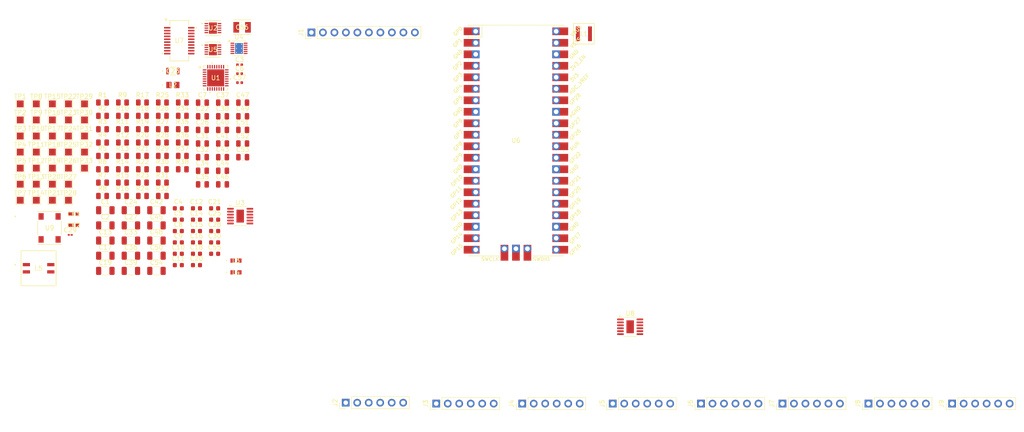
<source format=kicad_pcb>
(kicad_pcb (version 20240108) (generator "pcbnew") (generator_version "8.0")
  (layers (0 "F.Cu" signal) (31 "B.Cu" signal) (34 "B.Paste" user) (35 "F.Paste" user) (36 "B.SilkS" user "B.Silkscreen") (37 "F.SilkS" user "F.Silkscreen") (38 "B.Mask" user) (39 "F.Mask" user) (44 "Edge.Cuts" user))
  (net 0 "")
  (net 1 "+5V")
  (net 2 "GND")
  (net 3 "/7.526v")
  (net 4 "Net-(C3-Pad1)")
  (net 5 "Net-(U2-SS)")
  (net 6 "Net-(U2-INTVCC)")
  (net 7 "Net-(U2-FBX)")
  (net 8 "Net-(U3-SET)")
  (net 9 "+5VP")
  (net 10 "Net-(U3-EN{slash}UV)")
  (net 11 "Net-(U5-EN{slash}UVLO)")
  (net 12 "Net-(U5-SS)")
  (net 13 "Net-(U5-INTVCC)")
  (net 14 "Net-(C16-Pad1)")
  (net 15 "/7v")
  (net 16 "/-3.76v")
  (net 17 "Net-(U4-EN{slash}UV)")
  (net 18 "Net-(C22-Pad2)")
  (net 19 "Net-(U4-SET)")
  (net 20 "Net-(C23-Pad2)")
  (net 21 "Net-(U5-SW)")
  (net 22 "/-3v")
  (net 23 "Net-(U1A-REGCAPD)")
  (net 24 "Net-(U8-SET)")
  (net 25 "+3.3V")
  (net 26 "Net-(U1A-REGCAPA)")
  (net 27 "/clock")
  (net 28 "+3.3VP")
  (net 29 "Net-(U1A-AIN13{slash}IOUT{slash}VBIAS)")
  (net 30 "Net-(U1A-AIN12{slash}IOUT{slash}VBIAS)")
  (net 31 "Net-(U1A-AIN11{slash}IOUT{slash}VBIAS)")
  (net 32 "Net-(U1A-AIN10{slash}IOUT{slash}VBIAS)")
  (net 33 "Net-(U1A-AIN9{slash}IOUT{slash}VBIAS)")
  (net 34 "Net-(U1A-AIN8{slash}IOUT{slash}VBIAS)")
  (net 35 "Net-(U1A-AIN7{slash}IOUT{slash}VBIAS)")
  (net 36 "Net-(U1A-AIN6{slash}IOUT{slash}VBIAS)")
  (net 37 "Net-(U1A-AIN5{slash}IOUT{slash}VBIAS{slash}P4)")
  (net 38 "Net-(U1A-AIN4{slash}IOUT{slash}VBIAS{slash}P3)")
  (net 39 "Net-(U1A-AIN3{slash}IOUT{slash}VBIAS{slash}P2)")
  (net 40 "Net-(U1A-AIN2{slash}IOUT{slash}VBIAS{slash}P1)")
  (net 41 "Net-(U1A-AIN14{slash}IOUT{slash}VBIAS{slash}REFIN2(+))")
  (net 42 "Net-(U1A-AIN15{slash}IOUT{slash}VBIAS{slash}REFIN2(-))")
  (net 43 "Net-(U1A-AIN1{slash}IOUT{slash}VBIAS)")
  (net 44 "Net-(U1A-AIN0{slash}IOUT{slash}VBIAS)")
  (net 45 "Net-(U5-FBX)")
  (net 46 "Net-(U2-SW)")
  (net 47 "Net-(J1-Pin_9)")
  (net 48 "Net-(J1-Pin_7)")
  (net 49 "Net-(J1-Pin_8)")
  (net 50 "Net-(J1-Pin_5)")
  (net 51 "Net-(J1-Pin_3)")
  (net 52 "Net-(J1-Pin_1)")
  (net 53 "Net-(J1-Pin_4)")
  (net 54 "Net-(J1-Pin_2)")
  (net 55 "Net-(J1-Pin_10)")
  (net 56 "Net-(J1-Pin_6)")
  (net 57 "Net-(J2-Pin_3)")
  (net 58 "Net-(J2-Pin_4)")
  (net 59 "Net-(J3-Pin_4)")
  (net 60 "Net-(J3-Pin_3)")
  (net 61 "Net-(J4-Pin_4)")
  (net 62 "Net-(J4-Pin_3)")
  (net 63 "Net-(J5-Pin_3)")
  (net 64 "Net-(J5-Pin_4)")
  (net 65 "Net-(J6-Pin_4)")
  (net 66 "Net-(J6-Pin_3)")
  (net 67 "Net-(J7-Pin_4)")
  (net 68 "Net-(J7-Pin_3)")
  (net 69 "Net-(J8-Pin_4)")
  (net 70 "Net-(J8-Pin_3)")
  (net 71 "Net-(J9-Pin_3)")
  (net 72 "Net-(J9-Pin_4)")
  (net 73 "Net-(U2-VC)")
  (net 74 "Net-(U2-RT)")
  (net 75 "Net-(U3-PGFB)")
  (net 76 "Net-(U5-RT)")
  (net 77 "Net-(U5-VC)")
  (net 78 "Net-(U4-PGFB)")
  (net 79 "Net-(U8-PGFB)")
  (net 80 "/.3366v")
  (net 81 "/2.959v")
  (net 82 "Net-(U9-OE{slash}*ST{slash}NC)")
  (net 83 "Net-(U1A-DIN)")
  (net 84 "Net-(U1A-DOUT{slash}*RDY)")
  (net 85 "Net-(U1A-REFOUT)")
  (net 86 "Net-(U6-GPIO14)")
  (net 87 "Net-(U6-GPIO15)")
  (net 88 "Net-(U6-GPIO13)")
  (net 89 "Net-(U6-GPIO12)")
  (net 90 "Net-(U1A-*SYNC)")
  (net 91 "Net-(U1A-PSW)")
  (net 92 "Net-(U6-SWCLK)")
  (net 93 "Net-(TP26-Pad1)")
  (net 94 "Net-(U6-SWDIO)")
  (net 95 "Net-(U6-GPIO11)")
  (net 96 "Net-(U6-GPIO10)")
  (net 97 "Net-(U1A-*CS)")
  (net 98 "Net-(U1A-SCLK)")
  (net 108 "/opto6")
  (net 109 "/opto5")
  (net 110 "/opto3")
  (net 111 "/opto0")
  (net 112 "/opto4")
  (net 113 "/opto1")
  (net 114 "/opto7")
  (net 115 "/opto2")
  (footprint "Connector_PinHeader_2.54mm:PinHeader_1x06_P2.54mm_Vertical" (layer "F.Cu") (at 184 109.5 90)
    (property "Reference" "J6" (at 0 -2.33 270) (layer "F.SilkS"))
    (property "Value" "Conn_01x06_Pin")
    (pad "1" thru_hole rect (at 0 0 90) (size 1.7 1.7) (drill 1) (layers "*.Cu" "*.Mask") (net 15 "/7v"))
    (pad "2" thru_hole oval (at 0 2.54 90) (size 1.7 1.7) (drill 1) (layers "*.Cu" "*.Mask") (net 15 "/7v"))
    (pad "3" thru_hole oval (at 0 5.08 90) (size 1.7 1.7) (drill 1) (layers "*.Cu" "*.Mask") (net 66 "Net-(J6-Pin_3)"))
    (pad "4" thru_hole oval (at 0 7.62 90) (size 1.7 1.7) (drill 1) (layers "*.Cu" "*.Mask") (net 65 "Net-(J6-Pin_4)"))
    (pad "5" thru_hole oval (at 0 10.16 90) (size 1.7 1.7) (drill 1) (layers "*.Cu" "*.Mask") (net 22 "/-3v"))
    (pad "6" thru_hole oval (at 0 12.7 90) (size 1.7 1.7) (drill 1) (layers "*.Cu" "*.Mask") (net 22 "/-3v"))
  )
  (footprint "Capacitor_SMD:C_0805_2012Metric" (layer "F.Cu") (at 82.7316 55.0447)
    (property "Reference" "C53" (at 0 -1.68 0) (layer "F.SilkS"))
    (property "Value" "10n")
    (pad "1" smd roundrect (at -0.95 0) (size 1 1.45) (layers "F.Cu" "F.Paste" "F.Mask") (net 2 "GND"))
    (pad "2" smd roundrect (at 0.95 0) (size 1 1.45) (layers "F.Cu" "F.Paste" "F.Mask") (net 44 "Net-(U1A-AIN0{slash}IOUT{slash}VBIAS)"))
  )
  (footprint "TestPoint:TestPoint_Pad_1.5x1.5mm" (layer "F.Cu") (at 47.7816 43.2747)
    (property "Reference" "TP29" (at 0 -1.648 0) (layer "F.SilkS"))
    (property "Value" "~")
    (pad "1" smd rect (at 0 0) (size 1.5 1.5) (layers "F.Cu" "F.Mask") (net 2 "GND"))
  )
  (footprint "Resistor_SMD:R_0805_2012Metric" (layer "F.Cu") (at 60.5816 63.6247)
    (property "Reference" "R24" (at 0 -1.65 0) (layer "F.SilkS"))
    (property "Value" "2K")
    (pad "1" smd roundrect (at -0.9125 0) (size 1.025 1.4) (layers "F.Cu" "F.Paste" "F.Mask") (roundrect_rratio 0.243902) (net 8 "Net-(U3-SET)"))
    (pad "2" smd roundrect (at 0.9125 0) (size 1.025 1.4) (layers "F.Cu" "F.Paste" "F.Mask") (roundrect_rratio 0.243902) (net 2 "GND"))
  )
  (footprint "TestPoint:TestPoint_Pad_1.5x1.5mm" (layer "F.Cu") (at 47.7816 46.8247)
    (property "Reference" "TP30" (at 0 -1.648 0) (layer "F.SilkS"))
    (property "Value" "~")
    (pad "1" smd rect (at 0 0) (size 1.5 1.5) (layers "F.Cu" "F.Mask") (net 95 "Net-(U6-GPIO11)"))
  )
  (footprint "Resistor_SMD:R_0805_2012Metric" (layer "F.Cu") (at 51.7616 57.7247)
    (property "Reference" "R6" (at 0 -1.65 0) (layer "F.SilkS"))
    (property "Value" "47K")
    (pad "1" smd roundrect (at -0.9125 0) (size 1.025 1.4) (layers "F.Cu" "F.Paste" "F.Mask") (roundrect_rratio 0.243902) (net 75 "Net-(U3-PGFB)"))
    (pad "2" smd roundrect (at 0.9125 0) (size 1.025 1.4) (layers "F.Cu" "F.Paste" "F.Mask") (roundrect_rratio 0.243902) (net 2 "GND"))
  )
  (footprint "TestPoint:TestPoint_Pad_1.5x1.5mm" (layer "F.Cu") (at 33.5816 57.4747)
    (property "Reference" "TP5" (at 0 -1.648 0) (layer "F.SilkS"))
    (property "Value" "~")
    (pad "1" smd rect (at 0 0) (size 1.5 1.5) (layers "F.Cu" "F.Mask") (net 84 "Net-(U1A-DOUT{slash}*RDY)"))
  )
  (footprint "Connector_PinHeader_2.54mm:PinHeader_1x06_P2.54mm_Vertical" (layer "F.Cu") (at 202 109.5 90)
    (property "Reference" "J7" (at 0 -2.33 270) (layer "F.SilkS"))
    (property "Value" "Conn_01x06_Pin")
    (pad "1" thru_hole rect (at 0 0 90) (size 1.7 1.7) (drill 1) (layers "*.Cu" "*.Mask") (net 15 "/7v"))
    (pad "2" thru_hole oval (at 0 2.54 90) (size 1.7 1.7) (drill 1) (layers "*.Cu" "*.Mask") (net 15 "/7v"))
    (pad "3" thru_hole oval (at 0 5.08 90) (size 1.7 1.7) (drill 1) (layers "*.Cu" "*.Mask") (net 68 "Net-(J7-Pin_3)"))
    (pad "4" thru_hole oval (at 0 7.62 90) (size 1.7 1.7) (drill 1) (layers "*.Cu" "*.Mask") (net 67 "Net-(J7-Pin_4)"))
    (pad "5" thru_hole oval (at 0 10.16 90) (size 1.7 1.7) (drill 1) (layers "*.Cu" "*.Mask") (net 22 "/-3v"))
    (pad "6" thru_hole oval (at 0 12.7 90) (size 1.7 1.7) (drill 1) (layers "*.Cu" "*.Mask") (net 22 "/-3v"))
  )
  (footprint "Capacitor_SMD:C_0603_1608Metric" (layer "F.Cu") (at 72.5216 78.9047)
    (property "Reference" "C20" (at 0 -1.43 0) (layer "F.SilkS"))
    (property "Value" "2.2u")
    (pad "1" smd roundrect (at -0.775 0) (size 0.9 0.95) (layers "F.Cu" "F.Paste" "F.Mask") (net 16 "/-3.76v"))
    (pad "2" smd roundrect (at 0.775 0) (size 0.9 0.95) (layers "F.Cu" "F.Paste" "F.Mask") (net 2 "GND"))
  )
  (footprint "Resistor_SMD:R_0805_2012Metric" (layer "F.Cu") (at 60.5816 48.8747)
    (property "Reference" "R19" (at 0 -1.65 0) (layer "F.SilkS"))
    (property "Value" "4.02k")
    (pad "1" smd roundrect (at -0.9125 0) (size 1.025 1.4) (layers "F.Cu" "F.Paste" "F.Mask") (roundrect_rratio 0.243902) (net 15 "/7v"))
    (pad "2" smd roundrect (at 0.9125 0) (size 1.025 1.4) (layers "F.Cu" "F.Paste" "F.Mask") (roundrect_rratio 0.243902) (net 81 "/2.959v"))
  )
  (footprint "LT83333:05-08-1699_ADI" (layer "F.Cu") (at 76.154599 26.5293)
    (property "Reference" "U2" (at 0 0 0) (layer "F.SilkS"))
    (property "Value" "LT8333RDD-PBF")
    (pad "1" smd rect (at -1.4454 -1.000001) (size 0.807999 0.2548) (layers "F.Cu" "F.Paste" "F.Mask") (net 1 "+5V"))
    (pad "2" smd rect (at -1.4454 -0.499999) (size 0.807999 0.2548) (layers "F.Cu" "F.Paste" "F.Mask") (net 1 "+5V"))
    (pad "3" smd rect (at -1.4454 0) (size 0.807999 0.2548) (layers "F.Cu" "F.Paste" "F.Mask") (net 6 "Net-(U2-INTVCC)"))
    (pad "4" smd rect (at -1.4454 0.499999) (size 0.807999 0.2548) (layers "F.Cu" "F.Paste" "F.Mask") (net 2 "GND"))
    (pad "5" smd rect (at -1.4454 1.000001) (size 0.807999 0.2548) (layers "F.Cu" "F.Paste" "F.Mask") (net 73 "Net-(U2-VC)"))
    (pad "6" smd rect (at 1.4454 1.000001) (size 0.807999 0.2548) (layers "F.Cu" "F.Paste" "F.Mask") (net 7 "Net-(U2-FBX)"))
    (pad "7" smd rect (at 1.4454 0.499999) (size 0.807999 0.2548) (layers "F.Cu" "F.Paste" "F.Mask") (net 74 "Net-(U2-RT)"))
    (pad "8" smd rect (at 1.4454 0) (size 0.807999 0.2548) (layers "F.Cu" "F.Paste" "F.Mask") (net 5 "Net-(U2-SS)"))
    (pad "9" smd rect (at 1.4454 -0.499999) (size 0.807999 0.2548) (layers "F.Cu" "F.Paste" "F.Mask") (net 2 "GND"))
    (pad "10" smd rect (at 1.4454 -1.000001) (size 0.807999 0.2548) (layers "F.Cu" "F.Paste" "F.Mask") (net 46 "Net-(U2-SW)"))
    (pad "11" smd rect (at 0 0) (size 1.7526 2.4892) (layers "F.Cu" "F.Paste" "F.Mask") (net 2 "GND"))
  )
  (footprint "tant_68u:TAJB_AVX" (layer "F.Cu") (at 82.6032 26.3515)
    (property "Reference" "C56" (at 0 0 0) (layer "F.SilkS"))
    (property "Value" "68u")
    (pad "1" smd rect (at -1.29561 0 90) (size 2.3622 1.269581) (layers "F.Cu" "F.Paste" "F.Mask") (net 1 "+5V"))
    (pad "2" smd rect (at 1.29561 0 90) (size 2.3622 1.269581) (layers "F.Cu" "F.Paste" "F.Mask") (net 2 "GND"))
  )
  (footprint "Capacitor_SMD:C_0805_2012Metric" (layer "F.Cu") (at 78.2816 55.0447)
    (property "Reference" "C43" (at 0 -1.68 0) (layer "F.SilkS"))
    (property "Value" "10n")
    (pad "1" smd roundrect (at -0.95 0) (size 1 1.45) (layers "F.Cu" "F.Paste" "F.Mask") (net 37 "Net-(U1A-AIN5{slash}IOUT{slash}VBIAS{slash}P4)"))
    (pad "2" smd roundrect (at 0.95 0) (size 1 1.45) (layers "F.Cu" "F.Paste" "F.Mask") (net 2 "GND"))
  )
  (footprint "Connector_PinHeader_2.54mm:PinHeader_1x10_P2.54mm_Vertical" (layer "F.Cu") (at 97.92 27.5 90)
    (property "Reference" "J1" (at 0 -2.33 270) (layer "F.SilkS"))
    (property "Value" "Conn_01x10_Pin")
    (pad "1" thru_hole rect (at 0 0 90) (size 1.7 1.7) (drill 1) (layers "*.Cu" "*.Mask") (net 52 "Net-(J1-Pin_1)"))
    (pad "2" thru_hole oval (at 0 2.54 90) (size 1.7 1.7) (drill 1) (layers "*.Cu" "*.Mask") (net 54 "Net-(J1-Pin_2)"))
    (pad "3" thru_hole oval (at 0 5.08 90) (size 1.7 1.7) (drill 1) (layers "*.Cu" "*.Mask") (net 51 "Net-(J1-Pin_3)"))
    (pad "4" thru_hole oval (at 0 7.62 90) (size 1.7 1.7) (drill 1) (layers "*.Cu" "*.Mask") (net 53 "Net-(J1-Pin_4)"))
    (pad "5" thru_hole oval (at 0 10.16 90) (size 1.7 1.7) (drill 1) (layers "*.Cu" "*.Mask") (net 50 "Net-(J1-Pin_5)"))
    (pad "6" thru_hole oval (at 0 12.7 90) (size 1.7 1.7) (drill 1) (layers "*.Cu" "*.Mask") (net 56 "Net-(J1-Pin_6)"))
    (pad "7" thru_hole oval (at 0 15.24 90) (size 1.7 1.7) (drill 1) (layers "*.Cu" "*.Mask") (net 48 "Net-(J1-Pin_7)"))
    (pad "8" thru_hole oval (at 0 17.78 90) (size 1.7 1.7) (drill 1) (layers "*.Cu" "*.Mask") (net 49 "Net-(J1-Pin_8)"))
    (pad "9" thru_hole oval (at 0 20.32 90) (size 1.7 1.7) (drill 1) (layers "*.Cu" "*.Mask") (net 47 "Net-(J1-Pin_9)"))
    (pad "10" thru_hole oval (at 0 22.86 90) (size 1.7 1.7) (drill 1) (layers "*.Cu" "*.Mask") (net 55 "Net-(J1-Pin_10)"))
  )
  (footprint "Capacitor_SMD:C_1206_3216Metric" (layer "F.Cu") (at 58.0316 73.4747)
    (property "Reference" "C33" (at 0 -1.85 0) (layer "F.SilkS"))
    (property "Value" "100n")
    (pad "1" smd roundrect (at -1.475 0) (size 1.15 1.8) (layers "F.Cu" "F.Paste" "F.Mask") (roundrect_rratio 0.217391) (net 30 "Net-(U1A-AIN12{slash}IOUT{slash}VBIAS)"))
    (pad "2" smd roundrect (at 1.475 0) (size 1.15 1.8) (layers "F.Cu" "F.Paste" "F.Mask") (roundrect_rratio 0.217391) (net 29 "Net-(U1A-AIN13{slash}IOUT{slash}VBIAS)"))
  )
  (footprint "Capacitor_SMD:C_0402_1005Metric" (layer "F.Cu") (at 82.0516 38.5847)
    (property "Reference" "C57" (at 0 -1.16 0) (layer "F.SilkS"))
    (property "Value" "4.7p")
    (pad "1" smd roundrect (at -0.48 0) (size 0.56 0.62) (layers "F.Cu" "F.Paste" "F.Mask") (net 16 "/-3.76v"))
    (pad "2" smd roundrect (at 0.48 0) (size 0.56 0.62) (layers "F.Cu" "F.Paste" "F.Mask") (net 45 "Net-(U5-FBX)"))
  )
  (footprint "Capacitor_SMD:C_0603_1608Metric" (layer "F.Cu") (at 68.5116 73.8847)
    (property "Reference" "C9" (at 0 -1.43 0) (layer "F.SilkS"))
    (property "Value" "1u")
    (pad "1" smd roundrect (at -0.775 0) (size 0.9 0.95) (layers "F.Cu" "F.Paste" "F.Mask") (net 1 "+5V"))
    (pad "2" smd roundrect (at 0.775 0) (size 0.9 0.95) (layers "F.Cu" "F.Paste" "F.Mask") (net 2 "GND"))
  )
  (footprint "PMEG4020EPK-315:DIODE_DFN1608D-2_NEX" (layer "F.Cu") (at 45.390399 70.0976)
    (property "Reference" "CR2" (at 0 0 0) (layer "F.SilkS"))
    (property "Value" "PMEG4020EPK_315")
    (pad "1" smd rect (at -0.5945 0) (size 1.138199 0.712) (layers "F.Cu" "F.Paste" "F.Mask") (net 2 "GND"))
    (pad "2" smd rect (at 0.7977 0) (size 0.731799 0.712) (layers "F.Cu" "F.Paste" "F.Mask") (net 20 "Net-(C23-Pad2)"))
  )
  (footprint "Capacitor_SMD:C_0805_2012Metric" (layer "F.Cu") (at 82.7316 49.0247)
    (property "Reference" "C51" (at 0 -1.68 0) (layer "F.SilkS"))
    (property "Value" "10n")
    (pad "1" smd roundrect (at -0.95 0) (size 1 1.45) (layers "F.Cu" "F.Paste" "F.Mask") (net 42 "Net-(U1A-AIN15{slash}IOUT{slash}VBIAS{slash}REFIN2(-))"))
    (pad "2" smd roundrect (at 0.95 0) (size 1 1.45) (layers "F.Cu" "F.Paste" "F.Mask") (net 2 "GND"))
  )
  (footprint "Capacitor_SMD:C_0805_2012Metric" (layer "F.Cu") (at 73.8316 58.0547)
    (property "Reference" "C34" (at 0 -1.68 0) (layer "F.SilkS"))
    (property "Value" "10n")
    (pad "1" smd roundrect (at -0.95 0) (size 1 1.45) (layers "F.Cu" "F.Paste" "F.Mask") (net 31 "Net-(U1A-AIN11{slash}IOUT{slash}VBIAS)"))
    (pad "2" smd roundrect (at 0.95 0) (size 1 1.45) (layers "F.Cu" "F.Paste" "F.Mask") (net 2 "GND"))
  )
  (footprint "TestPoint:TestPoint_Pad_1.5x1.5mm" (layer "F.Cu") (at 44.2316 53.9247)
    (property "Reference" "TP25" (at 0 -1.648 0) (layer "F.SilkS"))
    (property "Value" "~")
    (pad "1" smd rect (at 0 0) (size 1.5 1.5) (layers "F.Cu" "F.Mask") (net 92 "Net-(U6-SWCLK)"))
  )
  (footprint "Resistor_SMD:R_0805_2012Metric" (layer "F.Cu") (at 51.7616 48.8747)
    (property "Reference" "R3" (at 0 -1.65 0) (layer "F.SilkS"))
    (property "Value" "68k")
    (pad "1" smd roundrect (at -0.9125 0) (size 1.025 1.4) (layers "F.Cu" "F.Paste" "F.Mask") (roundrect_rratio 0.243902) (net 73 "Net-(U2-VC)"))
    (pad "2" smd roundrect (at 0.9125 0) (size 1.025 1.4) (layers "F.Cu" "F.Paste" "F.Mask") (roundrect_rratio 0.243902) (net 4 "Net-(C3-Pad1)"))
  )
  (footprint "Capacitor_SMD:C_1206_3216Metric" (layer "F.Cu") (at 63.6816 76.8247)
    (property "Reference" "C50" (at 0 -1.85 0) (layer "F.SilkS"))
    (property "Value" "100n")
    (pad "1" smd roundrect (at -1.475 0) (size 1.15 1.8) (layers "F.Cu" "F.Paste" "F.Mask") (roundrect_rratio 0.217391) (net 41 "Net-(U1A-AIN14{slash}IOUT{slash}VBIAS{slash}REFIN2(+))"))
    (pad "2" smd roundrect (at 1.475 0) (size 1.15 1.8) (layers "F.Cu" "F.Paste" "F.Mask") (roundrect_rratio 0.217391) (net 42 "Net-(U1A-AIN15{slash}IOUT{slash}VBIAS{slash}REFIN2(-))"))
  )
  (footprint "Resistor_SMD:R_0805_2012Metric" (layer "F.Cu") (at 69.4016 45.9247)
    (property "Reference" "R34" (at 0 -1.65 0) (layer "F.SilkS"))
    (property "Value" "1k")
    (pad "1" smd roundrect (at -0.9125 0) (size 1.025 1.4) (layers "F.Cu" "F.Paste" "F.Mask") (roundrect_rratio 0.243902) (net 38 "Net-(U1A-AIN4{slash}IOUT{slash}VBIAS{slash}P3)"))
    (pad "2" smd roundrect (at 0.9125 0) (size 1.025 1.4) (layers "F.Cu" "F.Paste" "F.Mask") (roundrect_rratio 0.243902) (net 67 "Net-(J7-Pin_4)"))
  )
  (footprint "TestPoint:TestPoint_Pad_1.5x1.5mm" (layer "F.Cu") (at 33.5816 64.5747)
    (property "Reference" "TP7" (at 0 -1.648 0) (layer "F.SilkS"))
    (property "Value" "~")
    (pad "1" smd rect (at 0 0) (size 1.5 1.5) (layers "F.Cu" "F.Mask") (net 10 "Net-(U3-EN{slash}UV)"))
  )
  (footprint "TestPoint:TestPoint_Pad_1.5x1.5mm" (layer "F.Cu") (at 37.1316 61.0247)
    (property "Reference" "TP13" (at 0 -1.648 0) (layer "F.SilkS"))
    (property "Value" "~")
    (pad "1" smd rect (at 0 0) (size 1.5 1.5) (layers "F.Cu" "F.Mask") (net 45 "Net-(U5-FBX)"))
  )
  (footprint "TestPoint:TestPoint_Pad_1.5x1.5mm" (layer "F.Cu") (at 37.1316 53.9247)
    (property "Reference" "TP11" (at 0 -1.648 0) (layer "F.SilkS"))
    (property "Value" "~")
    (pad "1" smd rect (at 0 0) (size 1.5 1.5) (layers "F.Cu" "F.Mask") (net 80 "/.3366v"))
  )
  (footprint "TestPoint:TestPoint_Pad_1.5x1.5mm" (layer "F.Cu") (at 44.2316 46.8247)
    (property "Reference" "TP23" (at 0 -1.648 0) (layer "F.SilkS"))
    (property "Value" "~")
    (pad "1" smd rect (at 0 0) (size 1.5 1.5) (layers "F.Cu" "F.Mask") (net 90 "Net-(U1A-*SYNC)"))
  )
  (footprint "Resistor_SMD:R_0805_2012Metric" (layer "F.Cu") (at 64.9916 51.8247)
    (property "Reference" "R28" (at 0 -1.65 0) (layer "F.SilkS"))
    (property "Value" "1k")
    (pad "1" smd roundrect (at -0.9125 0) (size 1.025 1.4) (layers "F.Cu" "F.Paste" "F.Mask") (roundrect_rratio 0.243902) (net 32 "Net-(U1A-AIN10{slash}IOUT{slash}VBIAS)"))
    (pad "2" smd roundrect (at 0.9125 0) (size 1.025 1.4) (layers "F.Cu" "F.Paste" "F.Mask") (roundrect_rratio 0.243902) (net 61 "Net-(J4-Pin_4)"))
  )
  (footprint "Package_DFN_QFN:DFN-12-1EP_3x3mm_P0.45mm_EP1.65x2.38mm_ThermalVias" (layer "F.Cu") (at 81.9166 31.0097)
    (property "Reference" "U4" (at 0 -2.45 0) (layer "F.SilkS"))
    (property "Value" "LT3094xDD")
    (pad "1" smd roundrect (at -1.45 -1.125) (size 0.85 0.25) (layers "F.Cu" "F.Paste" "F.Mask") (net 17 "Net-(U4-EN{slash}UV)"))
    (pad "2" smd roundrect (at -1.45 -0.675) (size 0.85 0.25) (layers "F.Cu" "F.Paste" "F.Mask") (net 2 "GND"))
    (pad "3" smd roundrect (at -1.45 -0.225) (size 0.85 0.25) (layers "F.Cu" "F.Paste" "F.Mask") (net 17 "Net-(U4-EN{slash}UV)"))
    (pad "4" smd roundrect (at -1.45 0.225) (size 0.85 0.25) (layers "F.Cu" "F.Paste" "F.Mask"))
    (pad "5" smd roundrect (at -1.45 0.675) (size 0.85 0.25) (layers "F.Cu" "F.Paste" "F.Mask") (net 78 "Net-(U4-PGFB)"))
    (pad "6" smd roundrect (at -1.45 1.125) (size 0.85 0.25) (layers "F.Cu" "F.Paste" "F.Mask") (net 2 "GND"))
    (pad "7" smd roundrect (at 1.45 1.125) (size 0.85 0.25) (layers "F.Cu" "F.Paste" "F.Mask"))
    (pad "8" smd roundrect (at 1.45 0.675) (size 0.85 0.25) (layers "F.Cu" "F.Paste" "F.Mask") (net 19 "Net-(U4-SET)"))
    (pad "9" smd roundrect (at 1.45 0.225) (size 0.85 0.25) (layers "F.Cu" "F.Paste" "F.Mask") (net 2 "GND"))
    (pad "10" smd roundrect (at 1.45 -0.225) (size 0.85 0.25) (layers "F.Cu" "F.Paste" "F.Mask") (net 22 "/-3v"))
    (pad "11" smd roundrect (at 1.45 -0.675) (size 0.85 0.25) (layers "F.Cu" "F.Paste" "F.Mask") (net 22 "/-3v"))
    (pad "12" smd roundrect (at 1.45 -1.125) (size 0.85 0.25) (layers "F.Cu" "F.Paste" "F.Mask"))
    (pad "13" thru_hole circle (at -0.575 -0.94) (size 0.5 0.5) (drill 0.2) (property pad_prop_heatsink) (layers "*.Cu"))
    (pad "13" thru_hole circle (at -0.575 0) (size 0.5 0.5) (drill 0.2) (property pad_prop_heatsink) (layers "*.Cu"))
    (pad "13" thru_hole circle (at -0.575 0.94) (size 0.5 0.5) (drill 0.2) (property pad_prop_heatsink) (layers "*.Cu"))
    (pad "13" smd rect (at 0 0) (size 1.65 2.38) (property pad_prop_heatsink) (layers "F.Cu" "F.Mask"))
    (pad "13" smd rect (at 0 0) (size 1.65 2.38) (property pad_prop_heatsink) (layers "B.Cu"))
    (pad "13" thru_hole circle (at 0.575 -0.94) (size 0.5 0.5) (drill 0.2) (property pad_prop_heatsink) (layers "*.Cu"))
    (pad "13" thru_hole circle (at 0.575 0) (size 0.5 0.5) (drill 0.2) (property pad_prop_heatsink) (layers "*.Cu"))
    (pad "13" thru_hole circle (at 0.575 0.94) (size 0.5 0.5) (drill 0.2) (property pad_prop_heatsink) (layers "*.Cu"))
  )
  (footprint "LT83333:05-08-1699_ADI" (layer "F.Cu") (at 76.154599 31.2885)
    (property "Reference" "U5" (at 0 0 0) (layer "F.SilkS"))
    (property "Value" "LT8333RDD-PBF")
    (pad "1" smd rect (at -1.4454 -1.000001) (size 0.807999 0.2548) (layers "F.Cu" "F.Paste" "F.Mask") (net 11 "Net-(U5-EN{slash}UVLO)"))
    (pad "2" smd rect (at -1.4454 -0.499999) (size 0.807999 0.2548) (layers "F.Cu" "F.Paste" "F.Mask") (net 1 "+5V"))
    (pad "3" smd rect (at -1.4454 0) (size 0.807999 0.2548) (layers "F.Cu" "F.Paste" "F.Mask") (net 13 "Net-(U5-INTVCC)"))
    (pad "4" smd rect (at -1.4454 0.499999) (size 0.807999 0.2548) (layers "F.Cu" "F.Paste" "F.Mask") (net 2 "GND"))
    (pad "5" smd rect (at -1.4454 1.000001) (size 0.807999 0.2548) (layers "F.Cu" "F.Paste" "F.Mask") (net 77 "Net-(U5-VC)"))
    (pad "6" smd rect (at 1.4454 1.000001) (size 0.807999 0.2548) (layers "F.Cu" "F.Paste" "F.Mask") (net 45 "Net-(U5-FBX)"))
    (pad "7" smd rect (at 1.4454 0.499999) (size 0.807999 0.2548) (layers "F.Cu" "F.Paste" "F.Mask") (net 76 "Net-(U5-RT)"))
    (pad "8" smd rect (at 1.4454 0) (size 0.807999 0.2548) (layers "F.Cu" "F.Paste" "F.Mask") (net 12 "Net-(U5-SS)"))
    (pad "9" smd rect (at 1.4454 -0.499999) (size 0.807999 0.2548) (layers "F.Cu" "F.Paste" "F.Mask") (net 2 "GND"))
    (pad "10" smd rect (at 1.4454 -1.000001) (size 0.807999 0.2548) (layers "F.Cu" "F.Paste" "F.Mask") (net 21 "Net-(U5-SW)"))
    (pad "11" smd rect (at 0 0) (size 1.7526 2.4892) (layers "F.Cu" "F.Paste" "F.Mask") (net 2 "GND"))
  )
  (footprint "Capacitor_SMD:C_0603_1608Metric" (layer "F.Cu") (at 68.5116 68.8647)
    (property "Reference" "C5" (at 0 -1.43 0) (layer "F.SilkS"))
    (property "Value" "1u")
    (pad "1" smd roundrect (at -0.775 0) (size 0.9 0.95) (layers "F.Cu" "F.Paste" "F.Mask") (net 6 "Net-(U2-INTVCC)"))
    (pad "2" smd roundrect (at 0.775 0) (size 0.9 0.95) (layers "F.Cu" "F.Paste" "F.Mask") (net 2 "GND"))
  )
  (footprint "Capacitor_SMD:C_0603_1608Metric" (layer "F.Cu") (at 76.5316 76.3947)
    (property "Reference" "C55" (at 0 -1.43 0) (layer "F.SilkS"))
    (property "Value" "1u")
    (pad "1" smd roundrect (at -0.775 0) (size 0.9 0.95) (layers "F.Cu" "F.Paste" "F.Mask") (net 25 "+3.3V"))
    (pad "2" smd roundrect (at 0.775 0) (size 0.9 0.95) (layers "F.Cu" "F.Paste" "F.Mask") (net 2 "GND"))
  )
  (footprint "Resistor_SMD:R_0805_2012Metric" (layer "F.Cu") (at 56.1716 57.7247)
    (property "Reference" "R14" (at 0 -1.65 0) (layer "F.SilkS"))
    (property "Value" "120K")
    (pad "1" smd roundrect (at -0.9125 0) (size 1.025 1.4) (layers "F.Cu" "F.Paste" "F.Mask") (roundrect_rratio 0.243902) (net 2 "GND"))
    (pad "2" smd roundrect (at 0.9125 0) (size 1.025 1.4) (layers "F.Cu" "F.Paste" "F.Mask") (roundrect_rratio 0.243902) (net 78 "Net-(U4-PGFB)"))
  )
  (footprint "TestPoint:TestPoint_Pad_1.5x1.5mm" (layer "F.Cu") (at 44.2316 61.0247)
    (property "Reference" "TP27" (at 0 -1.648 0) (layer "F.SilkS"))
    (property "Value" "~")
    (pad "1" smd rect (at 0 0) (size 1.5 1.5) (layers "F.Cu" "F.Mask") (net 94 "Net-(U6-SWDIO)"))
  )
  (footprint "Capacitor_SMD:C_0603_1608Metric" (layer "F.Cu") (at 68.5116 71.3747)
    (property "Reference" "C8" (at 0 -1.43 0) (layer "F.SilkS"))
    (property "Value" "1u")
    (pad "1" smd roundrect (at -0.775 0) (size 0.9 0.95) (layers "F.Cu" "F.Paste" "F.Mask") (net 9 "+5VP"))
    (pad "2" smd roundrect (at 0.775 0) (size 0.9 0.95) (layers "F.Cu" "F.Paste" "F.Mask") (net 2 "GND"))
  )
  (footprint "Capacitor_SMD:C_1206_3216Metric" (layer "F.Cu") (at 58.0316 80.1747)
    (property "Reference" "C39" (at 0 -1.85 0) (layer "F.SilkS"))
    (property "Value" "100n")
    (pad "1" smd roundrect (at -1.475 0) (size 1.15 1.8) (layers "F.Cu" "F.Paste" "F.Mask") (roundrect_rratio 0.217391) (net 34 "Net-(U1A-AIN8{slash}IOUT{slash}VBIAS)"))
    (pad "2" smd roundrect (at 1.475 0) (size 1.15 1.8) (layers "F.Cu" "F.Paste" "F.Mask") (roundrect_rratio 0.217391) (net 33 "Net-(U1A-AIN9{slash}IOUT{slash}VBIAS)"))
  )
  (footprint "Package_SO:MSOP-12-1EP_3x4mm_P0.65mm_EP1.65x2.85mm" (layer "F.Cu") (at 168.35 92.525)
    (property "Reference" "U8" (at 0 -2.95 0) (layer "F.SilkS"))
    (property "Value" "LT3045xMSE")
    (pad "1" smd roundrect (at -2.15 -1.625) (size 1.45 0.4) (layers "F.Cu" "F.Paste" "F.Mask") (net 1 "+5V"))
    (pad "2" smd roundrect (at -2.15 -0.975) (size 1.45 0.4) (layers "F.Cu" "F.Paste" "F.Mask"))
    (pad "3" smd roundrect (at -2.15 -0.325) (size 1.45 0.4) (layers "F.Cu" "F.Paste" "F.Mask"))
    (pad "4" smd roundrect (at -2.15 0.325) (size 1.45 0.4) (layers "F.Cu" "F.Paste" "F.Mask") (net 1 "+5V"))
    (pad "5" smd roundrect (at -2.15 0.975) (size 1.45 0.4) (layers "F.Cu" "F.Paste" "F.Mask"))
    (pad "6" smd roundrect (at -2.15 1.625) (size 1.45 0.4) (layers "F.Cu" "F.Paste" "F.Mask") (net 2 "GND"))
    (pad "7" smd roundrect (at 2.15 1.625) (size 1.45 0.4) (layers "F.Cu" "F.Paste" "F.Mask") (net 79 "Net-(U8-PGFB)"))
    (pad "8" smd roundrect (at 2.15 0.975) (size 1.45 0.4) (layers "F.Cu" "F.Paste" "F.Mask") (net 24 "Net-(U8-SET)"))
    (pad "9" smd roundrect (at 2.15 0.325) (size 1.45 0.4) (layers "F.Cu" "F.Paste" "F.Mask") (net 2 "GND"))
    (pad "10" smd roundrect (at 2.15 -0.325) (size 1.45 0.4) (layers "F.Cu" "F.Paste" "F.Mask") (net 25 "+3.3V"))
    (pad "11" smd roundrect (at 2.15 -0.975) (size 1.45 0.4) (layers "F.Cu" "F.Paste" "F.Mask") (net 25 "+3.3V"))
    (pad "12" smd roundrect (at 2.15 -1.625) (size 1.45 0.4) (layers "F.Cu" "F.Paste" "F.Mask"))
    (pad "13" smd rect (at 0 0) (size 1.65 2.85) (property pad_prop_heatsink) (layers "F.Cu" "F.Mask"))
  )
  (footprint "Resistor_SMD:R_0805_2012Metric" (layer "F.Cu") (at 51.7616 54.7747)
    (property "Reference" "R5" (at 0 -1.65 0) (layer "F.SilkS"))
    (property "Value" "1M")
    (pad "1" smd roundrect (at -0.9125 0) (size 1.025 1.4) (layers "F.Cu" "F.Paste" "F.Mask") (roundrect_rratio 0.243902) (net 15 "/7v"))
    (pad "2" smd roundrect (at 0.9125 0) (size 1.025 1.4) (layers "F.Cu" "F.Paste" "F.Mask") (roundrect_rratio 0.243902) (net 75 "Net-(U3-PGFB)"))
  )
  (footprint "Capacitor_SMD:C_0805_2012Metric" (layer "F.Cu") (at 78.2816 43.0047)
    (property "Reference" "C37" (at 0 -1.68 0) (layer "F.SilkS"))
    (property "Value" "10n")
    (pad "1" smd roundrect (at -0.95 0) (size 1 1.45) (layers "F.Cu" "F.Paste" "F.Mask") (net 33 "Net-(U1A-AIN9{slash}IOUT{slash}VBIAS)"))
    (pad "2" smd roundrect (at 0.95 0) (size 1 1.45) (layers "F.Cu" "F.Paste" "F.Mask") (net 2 "GND"))
  )
  (footprint "Resistor_SMD:R_0805_2012Metric" (layer "F.Cu") (at 69.4016 57.7247)
    (property "Reference" "R38" (at 0 -1.65 0) (layer "F.SilkS"))
    (property "Value" "1k")
    (pad "1" smd roundrect (at -0.9125 0) (size 1.025 1.4) (layers "F.Cu" "F.Paste" "F.Mask") (roundrect_rratio 0.243902) (net 44 "Net-(U1A-AIN0{slash}IOUT{slash}VBIAS)"))
    (pad "2" smd roundrect (at 0.9125 0) (size 1.025 1.4) (layers "F.Cu" "F.Paste" "F.Mask") (roundrect_rratio 0.243902) (net 72 "Net-(J9-Pin_4)"))
  )
  (footprint "Capacitor_SMD:C_0603_1608Metric" (layer "F.Cu") (at 68.5116 66.3547)
    (property "Reference" "C4" (at 0 -1.43 0) (layer "F.SilkS"))
    (property "Value" ".1u")
    (pad "1" smd roundrect (at -0.775 0) (size 0.9 0.95) (layers "F.Cu" "F.Paste" "F.Mask") (net 5 "Net-(U2-SS)"))
    (pad "2" smd roundrect (at 0.775 0) (size 0.9 0.95) (layers "F.Cu" "F.Paste" "F.Mask") (net 2 "GND"))
  )
  (footprint "MCU_RaspberryPi_and_Boards:RPi_Pico_SMD_TH" (layer "F.Cu") (at 143.11 51.37)
    (property "Reference" "U6" (at 0 0 0) (layer "F.SilkS"))
    (property "Value" "Pico")
    (fp_text user "GND" (at -12.8 19.05 45) (layer "F.SilkS") (effects (font (size 0.8 0.8))))
    (fp_text user "GP5" (at -12.8 -8.89 45) (layer "F.SilkS") (effects (font (size 0.8 0.8))))
    (fp_text user "AGND" (at 13.054 -6.35 45) (layer "F.SilkS") (effects (font (size 0.8 0.8))))
    (fp_text user "RUN" (at 13 1.27 45) (layer "F.SilkS") (effects (font (size 0.8 0.8))))
    (fp_text user "GP27" (at 13.054 -3.8 45) (layer "F.SilkS") (effects (font (size 0.8 0.8))))
    (fp_text user "GND" (at -12.8 6.35 45) (layer "F.SilkS") (effects (font (size 0.8 0.8))))
    (fp_text user "GP19" (at 13.054 13.97 45) (layer "F.SilkS") (effects (font (size 0.8 0.8))))
    (fp_text user "GP3" (at -12.8 -13.97 45) (layer "F.SilkS") (effects (font (size 0.8 0.8))))
    (fp_text user "GND" (at 12.8 19.05 45) (layer "F.SilkS") (effects (font (size 0.8 0.8))))
    (fp_text user "GP14" (at -13.1 21.59 45) (layer "F.SilkS") (effects (font (size 0.8 0.8))))
    (fp_text user "GND" (at -12.8 -6.35 45) (layer "F.SilkS") (effects (font (size 0.8 0.8))))
    (fp_text user "GND" (at -12.8 -19.05 45) (layer "F.SilkS") (effects (font (size 0.8 0.8))))
    (fp_text user "3V3_EN" (at 13.7 -17.2 45) (layer "F.SilkS") (effects (font (size 0.8 0.8))))
    (fp_text user "GP0" (at -12.8 -24.13 45) (layer "F.SilkS") (effects (font (size 0.8 0.8))))
    (fp_text user "GP1" (at -12.9 -21.6 45) (layer "F.SilkS") (effects (font (size 0.8 0.8))))
    (fp_text user "ADC_VREF" (at 14 -12.5 45) (layer "F.SilkS") (effects (font (size 0.8 0.8))))
    (fp_text user "GP18" (at 13.054 16.51 45) (layer "F.SilkS") (effects (font (size 0.8 0.8))))
    (fp_text user "GP4" (at -12.8 -11.43 45) (layer "F.SilkS") (effects (font (size 0.8 0.8))))
    (fp_text user "GP7" (at -12.7 -1.3 45) (layer "F.SilkS") (effects (font (size 0.8 0.8))))
    (fp_text user "GP12" (at -13.2 13.97 45) (layer "F.SilkS") (effects (font (size 0.8 0.8))))
    (fp_text user "SWDIO" (at 5.6 26.2 0) (layer "F.SilkS") (effects (font (size 0.8 0.8))))
    (fp_text user "GP15" (at -13.054 24.13 45) (layer "F.SilkS") (effects (font (size 0.8 0.8))))
    (fp_text user "GP16" (at 13.054 24.13 45) (layer "F.SilkS") (effects (font (size 0.8 0.8))))
    (fp_text user "GP22" (at 13.054 3.81 45) (layer "F.SilkS") (effects (font (size 0.8 0.8))))
    (fp_text user "GP28" (at 13.054 -9.144 45) (layer "F.SilkS") (effects (font (size 0.8 0.8))))
    (fp_text user "SWCLK" (at -5.7 26.2 0) (layer "F.SilkS") (effects (font (size 0.8 0.8))))
    (fp_text user "GND" (at 12.8 -19.05 45) (layer "F.SilkS") (effects (font (size 0.8 0.8))))
    (fp_text user "VSYS" (at 13.2 -21.59 45) (layer "F.SilkS") (effects (font (size 0.8 0.8))))
    (fp_text user "3V3" (at 12.9 -13.9 45) (layer "F.SilkS") (effects (font (size 0.8 0.8))))
    (fp_text user "GP2" (at -12.9 -16.51 45) (layer "F.SilkS") (effects (font (size 0.8 0.8))))
    (fp_text user "VBUS" (at 13.3 -24.2 45) (layer "F.SilkS") (effects (font (size 0.8 0.8))))
    (fp_text user "GP21" (at 13.054 8.9 45) (layer "F.SilkS") (effects (font (size 0.8 0.8))))
    (fp_text user "GP13" (at -13.054 16.51 45) (layer "F.SilkS") (effects (font (size 0.8 0.8))))
    (fp_text user "GP17" (at 13.054 21.59 45) (layer "F.SilkS") (effects (font (size 0.8 0.8))))
    (fp_text user "GP10" (at -13.054 8.89 45) (layer "F.SilkS") (effects (font (size 0.8 0.8))))
    (fp_text user "GP26" (at 13.054 -1.27 45) (layer "F.SilkS") (effects (font (size 0.8 0.8))))
    (fp_text user "GP20" (at 13.054 11.43 45) (layer "F.SilkS") (effects (font (size 0.8 0.8))))
    (fp_text user "GND" (at 12.8 6.35 45) (layer "F.SilkS") (effects (font (size 0.8 0.8))))
    (fp_text user "GP8" (at -12.8 1.27 45) (layer "F.SilkS") (effects (font (size 0.8 0.8))))
    (fp_text user "GP9" (at -12.8 3.81 45) (layer "F.SilkS") (effects (font (size 0.8 0.8))))
    (fp_text user "GP11" (at -13.2 11.43 45) (layer "F.SilkS") (effects (font (size 0.8 0.8))))
    (fp_text user "GP6" (at -12.8 -3.81 45) (layer "F.SilkS") (effects (font (size 0.8 0.8))))
    (pad "" np_thru_hole oval (at -2.725 -24) (size 1.8 1.8) (drill 1.8) (layers "*.Cu" "*.Mask"))
    (pad "" np_thru_hole oval (at -2.425 -20.97) (size 1.5 1.5) (drill 1.5) (layers "*.Cu" "*.Mask"))
    (pad "" np_thru_hole oval (at 2.425 -20.97) (size 1.5 1.5) (drill 1.5) (layers "*.Cu" "*.Mask"))
    (pad "" np_thru_hole oval (at 2.725 -24) (size 1.8 1.8) (drill 1.8) (layers "*.Cu" "*.Mask"))
    (pad "1" thru_hole oval (at -8.89 -24.13) (size 1.7 1.7) (drill 1.02) (layers "*.Cu" "*.Mask") (net 111 "/opto0"))
    (pad "1" smd rect (at -8.89 -24.13) (size 3.5 1.7) (drill (offset -0.9 0)) (layers "F.Cu" "F.Mask") (net 111 "/opto0"))
    (pad "2" thru_hole oval (at -8.89 -21.59) (size 1.7 1.7) (drill 1.02) (layers "*.Cu" "*.Mask") (net 113 "/opto1"))
    (pad "2" smd rect (at -8.89 -21.59) (size 3.5 1.7) (drill (offset -0.9 0)) (layers "F.Cu" "F.Mask") (net 113 "/opto1"))
    (pad "3" thru_hole rect (at -8.89 -19.05) (size 1.7 1.7) (drill 1.02) (layers "*.Cu" "*.Mask"))
    (pad "3" smd rect (at -8.89 -19.05) (size 3.5 1.7) (drill (offset -0.9 0)) (layers "F.Cu" "F.Mask"))
    (pad "4" thru_hole oval (at -8.89 -16.51) (size 1.7 1.7) (drill 1.02) (layers "*.Cu" "*.Mask") (net 115 "/opto2"))
    (pad "4" smd rect (at -8.89 -16.51) (size 3.5 1.7) (drill (offset -0.9 0)) (layers "F.Cu" "F.Mask") (net 115 "/opto2"))
    (pad "5" thru_hole oval (at -8.89 -13.97) (size 1.7 1.7) (drill 1.02) (layers "*.Cu" "*.Mask") (net 110 "/opto3"))
    (pad "5" smd rect (at -8.89 -13.97) (size 3.5 1.7) (drill (offset -0.9 0)) (layers "F.Cu" "F.Mask") (net 110 "/opto3"))
    (pad "6" thru_hole oval (at -8.89 -11.43) (size 1.7 1.7) (drill 1.02) (layers "*.Cu" "*.Mask") (net 112 "/opto4"))
    (pad "6" smd rect (at -8.89 -11.43) (size 3.5 1.7) (drill (offset -0.9 0)) (layers "F.Cu" "F.Mask") (net 112 "/opto4"))
    (pad "7" thru_hole oval (at -8.89 -8.89) (size 1.7 1.7) (drill 1.02) (layers "*.Cu" "*.Mask") (net 109 "/opto5"))
    (pad "7" smd rect (at -8.89 -8.89) (size 3.5 1.7) (drill (offset -0.9 0)) (layers "F.Cu" "F.Mask") (net 109 "/opto5"))
    (pad "8" thru_hole rect (at -8.89 -6.35) (size 1.7 1.7) (drill 1.02) (layers "*.Cu" "*.Mask"))
    (pad "8" smd rect (at -8.89 -6.35) (size 3.5 1.7) (drill (offset -0.9 0)) (layers "F.Cu" "F.Mask"))
    (pad "9" thru_hole oval (at -8.89 -3.81) (size 1.7 1.7) (drill 1.02) (layers "*.Cu" "*.Mask") (net 108 "/opto6"))
    (pad "9" smd rect (at -8.89 -3.81) (size 3.5 1.7) (drill (offset -0.9 0)) (layers "F.Cu" "F.Mask") (net 108 "/opto6"))
    (pad "10" thru_hole oval (at -8.89 -1.27) (size 1.7 1.7) (drill 1.02) (layers "*.Cu" "*.Mask") (net 114 "/opto7"))
    (pad "10" smd rect (at -8.89 -1.27) (size 3.5 1.7) (drill (offset -0.9 0)) (layers "F.Cu" "F.Mask") (net 114 "/opto7"))
    (pad "11" thru_hole oval (at -8.89 1.27) (size 1.7 1.7) (drill 1.02) (layers "*.Cu" "*.Mask"))
    (pad "11" smd rect (at -8.89 1.27) (size 3.5 1.7) (drill (offset -0.9 0)) (layers "F.Cu" "F.Mask"))
    (pad "12" thru_hole oval (at -8.89 3.81) (size 1.7 1.7) (drill 1.02) (layers "*.Cu" "*.Mask"))
    (pad "12" smd rect (at -8.89 3.81) (size 3.5 1.7) (drill (offset -0.9 0)) (layers "F.Cu" "F.Mask"))
    (pad "13" thru_hole rect (at -8.89 6.35) (size 1.7 1.7) (drill 1.02) (layers "*.Cu" "*.Mask"))
    (pad "13" smd rect (at -8.89 6.35) (size 3.5 1.7) (drill (offset -0.9 0)) (layers "F.Cu" "F.Mask"))
    (pad "14" thru_hole oval (at -8.89 8.89) (size 1.7 1.7) (drill 1.02) (layers "*.Cu" "*.Mask") (net 96 "Net-(U6-GPIO10)"))
    (pad "14" smd rect (at -8.89 8.89) (size 3.5 1.7) (drill (offset -0.9 0)) (layers "F.Cu" "F.Mask") (net 96 "Net-(U6-GPIO10)"))
    (pad "15" thru_hole oval (at -8.89 11.43) (size 1.7 1.7) (drill 1.02) (layers "*.Cu" "*.Mask") (net 95 "Net-(U6-GPIO11)"))
    (pad "15" smd rect (at -8.89 11.43) (size 3.5 1.7) (drill (offset -0.9 0)) (layers "F.Cu" "F.Mask") (net 95 "Net-(U6-GPIO11)"))
    (pad "16" thru_hole oval (at -8.89 13.97) (size 1.7 1.7) (drill 1.02) (layers "*.Cu" "*.Mask") (net 89 "Net-(U6-GPIO12)"))
    (pad "16" smd rect (at -8.89 13.97) (size 3.5 1.7) (drill (offset -0.9 0)) (layers "F.Cu" "F.Mask") (net 89 "Net-(U6-GPIO12)"))
    (pad "17" thru_hole oval (at -8.89 16.51) (size 1.7 1.7) (drill 1.02) (layers "*.Cu" "*.Mask") (net 88 "Net-(U6-GPIO13)"))
    (pad "17" smd rect (at -8.89 16.51) (size 3.5 1.7) (drill (offset -0.9 0)) (layers "F.Cu" "F.Mask") (net 88 "Net-(U6-GPIO13)"))
    (pad "18" thru_hole rect (at -8.89 19.05) (size 1.7 1.7) (drill 1.02) (layers "*.Cu" "*.Mask") (net 2 "GND"))
    (pad "18" smd rect (at -8.89 19.05) (size 3.5 1.7) (drill (offset -0.9 0)) (layers "F.Cu" "F.Mask") (net 2 "GND"))
    (pad "19" thru_hole oval (at -8.89 21.59) (size 1.7 1.7) (drill 1.02) (layers "*.Cu" "*.Mask") (net 86 "Net-(U6-GPIO14)"))
    (pad "19" smd rect (at -8.89 21.59) (size 3.5 1.7) (drill (offset -0.9 0)) (layers "F.Cu" "F.Mask") (net 86 "Net-(U6-GPIO14)"))
    (pad "20" thru_hole oval (at -8.89 24.13) (size 1.7 1.7) (drill 1.02) (layers "*.Cu" "*.Mask") (net 87 "Net-(U6-GPIO15)"))
    (pad "20" smd rect (at -8.89 24.13) (size 3.5 1.7) (drill (offset -0.9 0)) (layers "F.Cu" "F.Mask") (net 87 "Net-(U6-GPIO15)"))
    (pad "21" thru_hole oval (at 8.89 24.13) (size 1.7 1.7) (drill 1.02) (layers "*.Cu" "*.Mask") (net 84 "Net-(U1A-DOUT{slash}*RDY)"))
    (pad "21" smd rect (at 8.89 24.13) (size 3.5 1.7) (drill (offset 0.9 0)) (layers "F.Cu" "F.Mask") (net 84 "Net-(U1A-DOUT{slash}*RDY)"))
    (pad "22" thru_hole oval (at 8.89 21.59) (size 1.7 1.7) (drill 1.02) (layers "*.Cu" "*.Mask") (net 97 "Net-(U1A-*CS)"))
    (pad "22" smd rect (at 8.89 21.59) (size 3.5 1.7) (drill (offset 0.9 0)) (layers "F.Cu" "F.Mask") (net 97 "Net-(U1A-*CS)"))
    (pad "23" thru_hole rect (at 8.89 19.05) (size 1.7 1.7) (drill 1.02) (layers "*.Cu" "*.Mask"))
    (pad "23" smd rect (at 8.89 19.05) (size 3.5 1.7) (drill (offset 0.9 0)) (layers "F.Cu" "F.Mask"))
    (pad "24" thru_hole oval (at 8.89 16.51) (size 1.7 1.7) (drill 1.02) (layers "*.Cu" "*.Mask") (net 98 "Net-(U1A-SCLK)"))
    (pad "24" smd rect (at 8.89 16.51) (size 3.5 1.7) (drill (offset 0.9 0)) (layers "F.Cu" "F.Mask") (net 98 "Net-(U1A-SCLK)"))
    (pad "25" thru_hole oval (at 8.89 13.97) (size 1.7 1.7) (drill 1.02) (layers "*.Cu" "*.Mask") (net 83 "Net-(U1A-DIN)"))
    (pad "25" smd rect (at 8.89 13.97) (size 3.5 1.7) (drill (offset 0.9 0)) (layers "F.Cu" "F.Mask") (net 83 "Net-(U1A-DIN)"))
    (pad "26" thru_hole oval (at 8.89 11.43) (size 1.7 1.7) (drill 1.02) (layers "*.Cu" "*.Mask"))
    (pad "26" smd rect (at 8.89 11.43) (size 3.5 1.7) (drill (offset 0.9 0)) (layers "F.Cu" "F.Mask"))
    (pad "27" thru_hole oval (at 8.89 8.89) (size 1.7 1.7) (drill 1.02) (layers "*.Cu" "*.Mask"))
    (pad "27" smd rect (at 8.89 8.89) (size 3.5 1.7) (drill (offset 0.9 0)) (layers "F.Cu" "F.Mask"))
    (pad "28" thru_hole rect (at 8.89 6.35) (size 1.7 1.7) (drill 1.02) (layers "*.Cu" "*.Mask"))
    (pad "28" smd rect (at 8.89 6.35) (size 3.5 1.7) (drill (offset 0.9 0)) (layers "F.Cu" "F.Mask"))
    (pad "29" thru_hole oval (at 8.89 3.81) (size 1.7 1.7) (drill 1.02) (layers "*.Cu" "*.Mask"))
    (pad "29" smd rect (at 8.89 3.81) (size 3.5 1.7) (drill (offset 0.9 0)) (layers "F.Cu" "F.Mask"))
    (pad "30" thru_hole oval (at 8.89 1.27) (size 1.7 1.7) (drill 1.02) (layers "*.Cu" "*.Mask"))
    (pad "30" smd rect (at 8.89 1.27) (size 3.5 1.7) (drill (offset 0.9 0)) (layers "F.Cu" "F.Mask"))
    (pad "31" thru_hole oval (at 8.89 -1.27) (size 1.7 1.7) (drill 1.02) (layers "*.Cu" "*.Mask"))
    (pad "31" smd rect (at 8.89 -1.27) (size 3.5 1.7) (drill (offset 0.9 0)) (layers "F.Cu" "F.Mask"))
    (pad "32" thru_hole oval (at 8.89 -3.81) (size 1.7 1.7) (drill 1.02) (layers "*.Cu" "*.Mask"))
    (pad "32" smd rect (at 8.89 -3.81) (size 3.5 1.7) (drill (offset 0.9 0)) (layers "F.Cu" "F.Mask"))
    (pad "33" thru_hole rect (at 8.89 -6.35) (size 1.7 1.7) (drill 1.02) (layers "*.Cu" "*.Mask"))
    (pad "33" smd rect (at 8.89 -6.35) (size 3.5 1.7) (drill (offset 0.9 0)) (layers "F.Cu" "F.Mask"))
    (pad "34" thru_hole oval (at 8.89 -8.89) (size 1.7 1.7) (drill 1.02) (layers "*.Cu" "*.Mask"))
    (pad "34" smd rect (at 8.89 -8.89) (size 3.5 1.7) (drill (offset 0.9 0)) (layers "F.Cu" "F.Mask"))
    (pad "35" thru_hole oval (at 8.89 -11.43) (size 1.7 1.7) (drill 1.02) (layers "*.Cu" "*.Mask"))
    (pad "35" smd rect (at 8.89 -11.43) (size 3.5 1.7) (drill (offset 0.9 0)) (layers "F.Cu" "F.Mask"))
    (pad "36" thru_hole oval (at 8.89 -13.97) (size 1.7 1.7) (drill 1.02) (layers "*.Cu" "*.Mask") (net 28 "+3.3VP"))
    (pad "36" smd rect (at 8.89 -13.97) (size 3.5 1.7) (drill (offset 0.9 0)) (layers "F.Cu" "F.Mask") (net 28 "+3.3VP"))
    (pad "37" thru_hole oval (at 8.89 -16.51) (size 1.7 1.7) (drill 1.02) (layers "*.Cu" "*.Mask"))
    (pad "37" smd rect (at 8.89 -16.51) (size 3.5 1.7) (drill (offset 0.9 0)) (layers "F.Cu" "F.Mask"))
    (pad "38" thru_hole rect (at 8.89 -19.05) (size 1.7 1.7) (drill 1.02) (layers "*.Cu" "*.Mask"))
    (pad "38" smd rect (at 8.89 -19.05) (size 3.5 1.7) (drill (offset 0.9 0)) (layers "F.Cu" "F.Mask"))
    (pad "39" thru_hole oval (at 8.89 -21.59) (size 1.7 1.7) (drill 1.02) (layers "*.Cu" "*.Mask"))
    (pad "39" smd rect (at 8.89 -21.59) (size 3.5 1.7) (drill (offset 0.9 0)) (layers "F.Cu" "F.Mask"))
    (pad "40" thru_hole oval (at 8.89 -24.13) (size 1.7 1.7) (drill 1.02) (layers "*.Cu" "*.Mask") (net 9 "+5VP"))
    (pad "40" smd rect (at 8.89 -24.13) (size 3.5 1.7) (drill (offset 0.9 0)) (layers "F.Cu" "F.Mask") (net 9 "+5VP"))
    (pad "41" thru_hole oval (at -2.54 23.9) (size 1.7 1.7) (drill 1.02) (layers "*.Cu" "*.Mask") (net 92 "Net-(U6-SWCLK)"))
    (pad "41" smd rect (at -2.54 23.9 90) (size 3.5 1.7) (drill (offset -0.9 0)) (layers "F.Cu" "F.Mask") (net 92 "Net-(U6-SWCLK)"))
    (pad "42" thru_hole rect (at 0 23.9) (size 1.7 1.7) (drill 1.02) (layers "*.Cu" "*.Mask") (net 93 "Net-(TP26-Pad1)"))
    (pad "42" smd rect (at 0 23.9 90) (size 3.5 1.7) (drill (offset -0.9 0)) (layers "F.Cu" "F.Mask") (net 93 "Net-(TP26-Pad1)"))
    (pad "43" thru_hole oval (at 2.54 23.9) (size 1.7 1.7) (drill 1.02) (layers "*.Cu" "*.Mask") (net 94 "Net-(U6-SWDIO)"))
    (pad "43" smd rect (at 2.54 23.9 90) (size 3.5 1.7) (drill (offset -0.9 0)) (layers "F.Cu" "F.Mask") (net 94 "Net-(U6-SWDIO)"))
  )
  (footprint "Capacitor_SMD:C_1206_3216Metric" (layer "F.Cu") (at 63.6816 80.1747)
    (property "Reference" "C54" (at 0 -1.85 0) (layer "F.SilkS"))
    (property "Value" "100n")
    (pad "1" smd roundrect (at -1.475 0) (size 1.15 1.8) (layers "F.Cu" "F.Paste" "F.Mask") (roundrect_rratio 0.217391) (net 44 "Net-(U1A-AIN0{slash}IOUT{slash}VBIAS)"))
    (pad "2" smd roundrect (at 1.475 0) (size 1.15 1.8) (layers "F.Cu" "F.Paste" "F.Mask") (roundrect_rratio 0.217391) (net 43 "Net-(U1A-AIN1{slash}IOUT{slash}VBIAS)"))
  )
  (footprint "Capacitor_SMD:C_0805_2012Metric" (layer "F.Cu") (at 73.8316 52.0347)
    (property "Reference" "C31" (at 0 -1.68 0) (layer "F.SilkS"))
    (property "Value" "10n")
    (pad "1" smd roundrect (at -0.95 0) (size 1 1.45) (layers "F.Cu" "F.Paste" "F.Mask") (net 29 "Net-(U1A-AIN13{slash}IOUT{slash}VBIAS)"))
    (pad "2" smd roundrect (at 0.95 0) (size 1 1.45) (layers "F.Cu" "F.Paste" "F.Mask") (net 2 "GND"))
  )
  (footprint "TestPoint:TestPoint_Pad_1.5x1.5mm" (layer "F.Cu") (at 37.1316 50.3747)
    (property "Reference" "TP10" (at 0 -1.648 0) (layer "F.SilkS"))
    (property "Value" "~")
    (pad "1" smd rect (at 0 0) (size 1.5 1.5) (layers "F.Cu" "F.Mask") (net 81 "/2.959v"))
  )
  (footprint "Connector_PinHeader_2.54mm:PinHeader_1x06_P2.54mm_Vertical" (layer "F.Cu") (at 221 109.5 90)
    (property "Reference" "J8" (at 0 -2.33 270) (layer "F.SilkS"))
    (property "Value" "Conn_01x06_Pin")
    (pad "1" thru_hole rect (at 0 0 90) (size 1.7 1.7) (drill 1) (layers "*.Cu" "*.Mask") (net 15 "/7v"))
    (pad "2" thru_hole oval (at 0 2.54 90) (size 1.7 1.7) (drill 1) (layers "*.Cu" "*.Mask") (net 15 "/7v"))
    (pad "3" thru_hole oval (at 0 5.08 90) (size 1.7 1.7) (drill 1) (layers "*.Cu" "*.Mask") (net 70 "Net-(J8-Pin_3)"))
    (pad "4" thru_hole oval (at 0 7.62 90) (size 1.7 1.7) (drill 1) (layers "*.Cu" "*.Mask") (net 69 "Net-(J8-Pin_4)"))
    (pad "5" thru_hole oval (at 0 10.16 90) (size 1.7 1.7) (drill 1) (layers "*.Cu" "*.Mask") (net 22 "/-3v"))
    (pad "6" thru_hole oval (at 0 12.7 90) (size 1.7 1.7) (drill 1) (layers "*.Cu" "*.Mask") (net 22 "/-3v"))
  )
  (footprint "Resistor_SMD:R_0805_2012Metric" (layer "F.Cu") (at 64.9916 42.9747)
    (property "Reference" "R25" (at 0 -1.65 0) (layer "F.SilkS"))
    (property "Value" "1k")
    (pad "1" smd roundrect (at -0.9125 0) (size 1.025 1.4) (layers "F.Cu" "F.Paste" "F.Mask") (roundrect_rratio 0.243902) (net 29 "Net-(U1A-AIN13{slash}IOUT{slash}VBIAS)"))
    (pad "2" smd roundrect (at 0.9125 0) (size 1.025 1.4) (layers "F.Cu" "F.Paste" "F.Mask") (roundrect_rratio 0.243902) (net 60 "Net-(J3-Pin_3)"))
  )
  (footprint "Capacitor_SMD:C_0805_2012Metric" (layer "F.Cu") (at 82.7316 52.0347)
    (property "Reference" "C52" (at 0 -1.68 0) (layer "F.SilkS"))
    (property "Value" "10n")
    (pad "1" smd roundrect (at -0.95 0) (size 1 1.45) (layers "F.Cu" "F.Paste" "F.Mask") (net 43 "Net-(U1A-AIN1{slash}IOUT{slash}VBIAS)"))
    (pad "2" smd roundrect (at 0.95 0) (size 1 1.45) (layers "F.Cu" "F.Paste" "F.Mask") (net 2 "GND"))
  )
  (footprint "Capacitor_SMD:C_1206_3216Metric" (layer "F.Cu") (at 52.3816 73.4747)
    (property "Reference" "C13" (at 0 -1.85 0) (layer "F.SilkS"))
    (property "Value" "10u")
    (pad "1" smd roundrect (at -1.475 0) (size 1.15 1.8) (layers "F.Cu" "F.Paste" "F.Mask") (roundrect_rratio 0.217391) (net 11 "Net-(U5-EN{slash}UVLO)"))
    (pad "2" smd roundrect (at 1.475 0) (size 1.15 1.8) (layers "F.Cu" "F.Paste" "F.Mask") (roundrect_rratio 0.217391) (net 2 "GND"))
  )
  (footprint "Coilcraft_MSD7342:IC4_MSD7342-252MLB_COC" (layer "F.Cu") (at 37.6352 79.5964)
    (property "Reference" "L5" (at 0 0 0) (layer "F.SilkS"))
    (property "Value" "2.5u")
    (pad "1" smd rect (at -2.699898 -0.800001) (size 1.6002 0.7112) (layers "F.Cu" "F.Paste" "F.Mask") (net 1 "+5V"))
    (pad "2" smd rect (at -2.699898 0.800001) (size 1.6002 0.7112) (layers "F.Cu" "F.Paste" "F.Mask") (net 16 "/-3.76v"))
    (pad "3" smd rect (at 2.699898 0.800001) (size 1.6002 0.7112) (layers "F.Cu" "F.Paste" "F.Mask") (net 21 "Net-(U5-SW)"))
    (pad "4" smd rect (at 2.699898 -0.800001) (size 1.6002 0.7112) (layers "F.Cu" "F.Paste" "F.Mask") (net 20 "Net-(C23-Pad2)"))
  )
  (footprint "Resistor_SMD:R_0805_2012Metric" (layer "F.Cu") (at 56.1716 63.6247)
    (property "Reference" "R16" (at 0 -1.65 0) (layer "F.SilkS"))
    (property "Value" "1M")
    (pad "1" smd roundrect (at -0.9125 0) (size 1.025 1.4) (layers "F.Cu" "F.Paste" "F.Mask") (roundrect_rratio 0.243902) (net 25 "+3.3V"))
    (pad "2" smd roundrect (at 0.9125 0) (size 1.025 1.4) (layers "F.Cu" "F.Paste" "F.Mask") (roundrect_rratio 0.243902) (net 79 "Net-(U8-PGFB)"))
  )
  (footprint "Resistor_SMD:R_0805_2012Metric" (layer "F.Cu") (at 64.9916 60.6747)
    (property "Reference" "R31" (at 0 -1.65 0) (layer "F.SilkS"))
    (property "Value" "1k")
    (pad "1" smd roundrect (at -0.9125 0) (size 1.025 1.4) (layers "F.Cu" "F.Paste" "F.Mask") (roundrect_rratio 0.243902) (net 35 "Net-(U1A-AIN7{slash}IOUT{slash}VBIAS)"))
    (pad "2" smd roundrect (at 0.9125 0) (size 1.025 1.4) (layers "F.Cu" "F.Paste" "F.Mask") (roundrect_rratio 0.243902) (net 66 "Net-(J6-Pin_3)"))
  )
  (footprint "Resistor_SMD:R_0805_2012Metric" (layer "F.Cu") (at 64.9916 63.6247)
    (property "Reference" "R32" (at 0 -1.65 0) (layer "F.SilkS"))
    (property "Value" "1k")
    (pad "1" smd roundrect (at -0.9125 0) (size 1.025 1.4) (layers "F.Cu" "F.Paste" "F.Mask") (roundrect_rratio 0.243902) (net 36 "Net-(U1A-AIN6{slash}IOUT{slash}VBIAS)"))
    (pad "2" smd roundrect (at 0.9125 0) (size 1.025 1.4) (layers "F.Cu" "F.Paste" "F.Mask") (roundrect_rratio 0.243902) (net 65 "Net-(J6-Pin_4)"))
  )
  (footprint "Connector_PinHeader_2.54mm:PinHeader_1x06_P2.54mm_Vertical" (layer "F.Cu") (at 239.5 109.5 90)
    (property "Reference" "J9" (at 0 -2.33 270) (layer "F.SilkS"))
    (property "Value" "Conn_01x06_Pin")
    (pad "1" thru_hole rect (at 0 0 90) (size 1.7 1.7) (drill 1) (layers "*.Cu" "*.Mask") (net 15 "/7v"))
    (pad "2" thru_hole oval (at 0 2.54 90) (size 1.7 1.7) (drill 1) (layers "*.Cu" "*.Mask") (net 15 "/7v"))
    (pad "3" thru_hole oval (at 0 5.08 90) (size 1.7 1.7) (drill 1) (layers "*.Cu" "*.Mask") (net 71 "Net-(J9-Pin_3)"))
    (pad "4" thru_hole oval (at 0 7.62 90) (size 1.7 1.7) (drill 1) (layers "*.Cu" "*.Mask") (net 72 "Net-(J9-Pin_4)"))
    (pad "5" thru_hole oval (at 0 10.16 90) (size 1.7 1.7) (drill 1) (layers "*.Cu" "*.Mask") (net 22 "/-3v"))
    (pad "6" thru_hole oval (at 0 12.7 90) (size 1.7 1.7) (drill 1) (layers "*.Cu" "*.Mask") (net 22 "/-3v"))
  )
  (footprint "TestPoint:TestPoint_Pad_1.5x1.5mm" (layer "F.Cu") (at 33.5816 61.0247)
    (property "Reference" "TP6" (at 0 -1.648 0) (layer "F.SilkS"))
    (property "Value" "~")
    (pad "1" smd rect (at 0 0) (size 1.5 1.5) (layers "F.Cu" "F.Mask") (net 84 "Net-(U1A-DOUT{slash}*RDY)"))
  )
  (footprint "opto8bit:QSOP20_SIL" (layer "F.Cu") (at 68.7174 29.3106)
    (property "Reference" "U7" (at 0 0 0) (layer "F.SilkS"))
    (property "Value" "SI8380PM-IU")
    (fp_text user "*" (at -2.9083 -4.3561 0) (layer "F.SilkS"))
    (fp_text user "*" (at -2.9083 -4.3561 0) (layer "F.SilkS"))
    (pad "1" smd rect (at -2.6543 -2.8575) (size 1.397 0.3556) (layers "F.Cu" "F.Paste" "F.Mask") (net 52 "Net-(J1-Pin_1)"))
    (pad "2" smd rect (at -2.6543 -2.2225) (size 1.397 0.3556) (layers "F.Cu" "F.Paste" "F.Mask") (net 54 "Net-(J1-Pin_2)"))
    (pad "3" smd rect (at -2.6543 -1.5875) (size 1.397 0.3556) (layers "F.Cu" "F.Paste" "F.Mask") (net 51 "Net-(J1-Pin_3)"))
    (pad "4" smd rect (at -2.6543 -0.9525) (size 1.397 0.3556) (layers "F.Cu" "F.Paste" "F.Mask") (net 53 "Net-(J1-Pin_4)"))
    (pad "5" smd rect (at -2.6543 -0.3175) (size 1.397 0.3556) (layers "F.Cu" "F.Paste" "F.Mask") (net 50 "Net-(J1-Pin_5)"))
    (pad "6" smd rect (at -2.6543 0.3175) (size 1.397 0.3556) (layers "F.Cu" "F.Paste" "F.Mask") (net 56 "Net-(J1-Pin_6)"))
    (pad "7" smd rect (at -2.6543 0.9525) (size 1.397 0.3556) (layers "F.Cu" "F.Paste" "F.Mask") (net 48 "Net-(J1-Pin_7)"))
    (pad "8" smd rect (at -2.6543 1.5875) (size 1.397 0.3556) (layers "F.Cu" "F.Paste" "F.Mask") (net 49 "Net-(J1-Pin_8)"))
    (pad "9" smd rect (at -2.6543 2.2225) (size 1.397 0.3556) (layers "F.Cu" "F.Paste" "F.Mask") (net 47 "Net-(J1-Pin_9)"))
    (pad "10" smd rect (at -2.6543 2.8575) (size 1.397 0.3556) (layers "F.Cu" "F.Paste" "F.Mask") (net 55 "Net-(J1-Pin_10)"))
    (pad "11" smd rect (at 2.6543 2.8575) (size 1.397 0.3556) (layers "F.Cu" "F.Paste" "F.Mask") (net 114 "/opto7"))
    (pad "12" smd rect (at 2.6543 2.2225) (size 1.397 0.3556) (layers "F.Cu" "F.Paste" "F.Mask") (net 108 "/opto6"))
    (pad "13" smd rect (at 2.6543 1.5875) (size 1.397 0.3556) (layers "F.Cu" "F.Paste" "F.Mask") (net 109 "/opto5"))
    (pad "14" smd rect (at 2.6543 0.9525) (size 1.397 0.3556) (layers "F.Cu" "F.Paste" "F.Mask") (net 112 "/opto4"))
    (pad "15" smd rect (at 2.6543 0.3175) (size 1.397 0.3556) (layers "F.Cu" "F.Paste" "F.Mask") (net 2 "GND"))
    (pad "16" smd rect (at 2.6543 -0.3175) (size 1.397 0.3556) (layers "F.Cu" "F.Paste" "F.Mask") (net 28 "+3.3VP"))
    (pad "17" smd rect (at 2.6543 -0.9525) (size 1.397 0.3556) (layers "F.Cu" "F.Paste" "F.Mask") (net 110 "/opto3"))
    (pad "18" smd rect (at 2.6543 -1.5875) (size 1.397 0.3556) (layers "F.Cu" "F.Paste" "F.Mask") (net 115 "/opto2"))
    (pad "19" smd rect (at 2.6543 -2.2225) (size 1.397 0.3556) (layers "F.Cu" "F.Paste" "F.Mask") (net 113 "/opto1"))
    (pad "20" smd rect (at 2.6543 -2.8575) (size 1.397 0.3556) (layers "F.Cu" "F.Paste" "F.Mask") (net 111 "/opto0"))
  )
  (footprint "TestPoint:TestPoint_Pad_1.5x1.5mm" (layer "F.Cu") (at 40.6816 43.2747)
    (property "Reference" "TP15" (at 0 -1.648 0) (layer "F.SilkS"))
    (property "Value" "~")
    (pad "1" smd rect (at 0 0) (size 1.5 1.5) (layers "F.Cu" "F.Mask") (net 16 "/-3.76v"))
  )
  (footprint "Capacitor_SMD:C_0603_1608Metric" (layer "F.Cu") (at 76.5316 68.8647)
    (property "Reference" "C25" (at 0 -1.43 0) (layer "F.SilkS"))
    (property "Value" ".1u")
    (pad "1" smd roundrect (at -0.775 0) (size 0.9 0.95) (layers "F.Cu" "F.Paste" "F.Mask") (net 23 "Net-(U1A-REGCAPD)"))
    (pad "2" smd roundrect (at 0.775 0) (size 0.9 0.95) (layers "F.Cu" "F.Paste" "F.Mask") (net 2 "GND"))
  )
  (footprint "Resistor_SMD:R_0805_2012Metric" (layer "F.Cu") (at 51.7616 45.9247)
    (property "Reference" "R2" (at 0 -1.65 0) (layer "F.SilkS"))
    (property "Value" "270K")
    (pad "1" smd roundrect (at -0.9125 0) (size 1.025 1.4) (layers "F.Cu" "F.Paste" "F.Mask") (roundrect_rratio 0.243902) (net 7 "Net-(U2-FBX)"))
    (pad "2" smd roundrect (at 0.9125 0) (size 1.025 1.4) (layers "F.Cu" "F.Paste" "F.Mask") (roundrect_rratio 0.243902) (net 2 "GND"))
  )
  (footprint "Resistor_SMD:R_0805_2012Metric" (layer "F.Cu") (at 51.7616 51.8247)
    (property "Reference" "R4" (at 0 -1.65 0) (layer "F.SilkS"))
    (property "Value" "20k")
    (pad "1" smd roundrect (at -0.9125 0) (size 1.025 1.4) (layers "F.Cu" "F.Paste" "F.Mask") (roundrect_rratio 0.243902) (net 2 "GND"))
    (pad "2" smd roundrect (at 0.9125 0) (size 1.025 1.4) (layers "F.Cu" "F.Paste" "F.Mask") (roundrect_rratio 0.243902) (net 74 "Net-(U2-RT)"))
  )
  (footprint "Resistor_SMD:R_0805_2012Metric" (layer "F.Cu") (at 69.4016 42.9747)
    (property "Reference" "R33" (at 0 -1.65 0) (layer "F.SilkS"))
    (property "Value" "1k")
    (pad "1" smd roundrect (at -0.9125 0) (size 1.025 1.4) (layers "F.Cu" "F.Paste" "F.Mask") (roundrect_rratio 0.243902) (net 37 "Net-(U1A-AIN5{slash}IOUT{slash}VBIAS{slash}P4)"))
    (pad "2" smd roundrect (at 0.9125 0) (size 1.025 1.4) (layers "F.Cu" "F.Paste" "F.Mask") (roundrect_rratio 0.243902) (net 68 "Net-(J7-Pin_3)"))
  )
  (footprint "TestPoint:TestPoint_Pad_1.5x1.5mm" (layer "F.Cu") (at 44.2316 43.2747)
    (property "Reference" "TP22" (at 0 -1.648 0) (layer "F.SilkS"))
    (property "Value" "~")
    (pad "1" smd rect (at 0 0) (size 1.5 1.5) (layers "F.Cu" "F.Mask") (net 27 "/clock"))
  )
  (footprint "TestPoint:TestPoint_Pad_1.5x1.5mm" (layer "F.Cu") (at 40.6816 57.4747)
    (property "Reference" "TP19" (at 0 -1.648 0) (layer "F.SilkS"))
    (property "Value" "~")
    (pad "1" smd rect (at 0 0) (size 1.5 1.5) (layers "F.Cu" "F.Mask") (net 88 "Net-(U6-GPIO13)"))
  )
  (footprint "Capacitor_SMD:C_1206_3216Metric" (layer "F.Cu") (at 58.0316 66.7747)
    (property "Reference" "C24" (at 0 -1.85 0) (layer "F.SilkS"))
    (property "Value" "10u")
    (pad "1" smd roundrect (at -1.475 0) (size 1.15 1.8) (layers "F.Cu" "F.Paste" "F.Mask") (roundrect_rratio 0.217391) (net 22 "/-3v"))
    (pad "2" smd roundrect (at 1.475 0) (size 1.15 1.8) (layers "F.Cu" "F.Paste" "F.Mask") (roundrect_rratio 0.217391) (net 2 "GND"))
  )
  (footprint "Capacitor_SMD:C_0805_2012Metric" (layer "F.Cu") (at 78.2816 49.0247)
    (property "Reference" "C40" (at 0 -1.68 0) (layer "F.SilkS"))
    (property "Value" "10n")
    (pad "1" smd roundrect (at -0.95 0) (size 1 1.45) (layers "F.Cu" "F.Paste" "F.Mask") (net 35 "Net-(U1A-AIN7{slash}IOUT{slash}VBIAS)"))
    (pad "2" smd roundrect (at 0.95 0) (size 1 1.45) (layers "F.Cu" "F.Paste" "F.Mask") (net 2 "GND"))
  )
  (footprint "Capacitor_SMD:C_0805_2012Metric" (layer "F.Cu") (at 73.8316 49.0247)
    (property "Reference" "C26" (at 0 -1.68 0) (layer "F.SilkS"))
    (property "Value" "4.7u")
    (pad "1" smd roundrect (at -0.95 0) (size 1 1.45) (layers "F.Cu" "F.Paste" "F.Mask") (net 24 "Net-(U8-SET)"))
    (pad "2" smd roundrect (at 0.95 0) (size 1 1.45) (layers "F.Cu" "F.Paste" "F.Mask") (net 2 "GND"))
  )
  (footprint "TestPoint:TestPoint_Pad_1.5x1.5mm" (layer "F.Cu") (at 40.6816 61.0247)
    (property "Reference" "TP20" (at 0 -1.648 0) (layer "F.SilkS"))
    (property "Value" "~")
    (pad "1" smd rect (at 0 0) (size 1.5 1.5) (layers "F.Cu" "F.Mask") (net 89 "Net-(U6-GPIO12)"))
  )
  (footprint "Connector_PinHeader_2.54mm:PinHeader_1x06_P2.54mm_Vertical" (layer "F.Cu") (at 105.5 109.3 90)
    (property "Reference" "J2" (at 0 -2.33 270) (layer "F.SilkS"))
    (property "Value" "Conn_01x06_Pin")
    (pad "1" thru_hole rect (at 0 0 90) (size 1.7 1.7) (drill 1) (layers "*.Cu" "*.Mask") (net 15 "/7v"))
    (pad "2" thru_hole oval (at 0 2.54 90) (size 1.7 1.7) (drill 1) (layers "*.Cu" "*.Mask") (net 15 "/7v"))
    (pad "3" thru_hole oval (at 0 5.08 90) (size 1.7 1.7) (drill 1) (layers "*.Cu" "*.Mask") (net 57 "Net-(J2-Pin_3)"))
    (pad "4" thru_hole oval (at 0 7.62 90) (size 1.7 1.7) (drill 1) (layers "*.Cu" "*.Mask") (net 58 "Net-(J2-Pin_4)"))
    (pad "5" thru_hole oval (at 0 10.16 90) (size 1.7 1.7) (drill 1) (layers "*.Cu" "*.Mask") (net 22 "/-3v"))
    (pad "6" thru_hole oval (at 0 12.7 90) (size 1.7 1.7) (drill 1) (layers "*.Cu" "*.Mask") (net 22 "/-3v"))
  )
  (footprint "Capacitor_SMD:C_0603_1608Metric" (layer "F.Cu") (at 72.5216 68.8647)
    (property "Reference" "C14" (at 0 -1.43 0) (layer "F.SilkS"))
    (property "Value" ".1u")
    (pad "1" smd roundrect (at -0.775 0) (size 0.9 0.95) (layers "F.Cu" "F.Paste" "F.Mask") (net 12 "Net-(U5-SS)"))
    (pad "2" smd roundrect (at 0.775 0) (size 0.9 0.95) (layers "F.Cu" "F.Paste" "F.Mask") (net 2 "GND"))
  )
  (footprint "Capacitor_SMD:C_1206_3216Metric" (layer "F.Cu") (at 52.3816 66.7747)
    (property "Reference" "C1" (at 0 -1.85 0) (layer "F.SilkS"))
    (property "Value" "10u")
    (pad "1" smd roundrect (at -1.475 0) (size 1.15 1.8) (layers "F.Cu" "F.Paste" "F.Mask") (roundrect_rratio 0.217391) (net 1 "+5V"))
    (pad "2" smd roundrect (at 1.475 0) (size 1.15 1.8) (layers "F.Cu" "F.Paste" "F.Mask") (roundrect_rratio 0.217391) (net 2 "GND"))
  )
  (footprint "Capacitor_SMD:C_1206_3216Metric" (layer "F.Cu") (at 58.0316 76.8247)
    (property "Reference" "C36" (at 0 -1.85 0) (layer "F.SilkS"))
    (property "Value" "100n")
    (pad "1" smd roundrect (at -1.475 0) (size 1.15 1.8) (layers "F.Cu" "F.Paste" "F.Mask") (roundrect_rratio 0.217391) (net 32 "Net-(U1A-AIN10{slash}IOUT{slash}VBIAS)"))
    (pad "2" smd roundrect (at 1.475 0) (size 1.15 1.8) (layers "F.Cu" "F.Paste" "F.Mask") (roundrect_rratio 0.217391) (net 31 "Net-(U1A-AIN11{slash}IOUT{slash}VBIAS)"))
  )
  (footprint "xgl4020:IND_XGL4020_COC" (layer "F.Cu") (at 158.1265 27.7865)
    (property "Reference" "L1" (at 0 0 0) (layer "F.SilkS"))
    (property "Value" "XGL4020-152MEC")
    (pad "1" smd rect (at -1.3462 0) (size 0.8636 3.2512) (layers "F.Cu" "F.Paste" "F.Mask") (net 46 "Net-(U2-SW)"))
    (pad "2" smd rect (at 1.3462 0) (size 0.8636 3.2512) (layers "F.Cu" "F.Paste" "F.Mask") (net 1 "+5V"))
  )
  (footprint "NFZ18SM121SN10D:IND_NFZ18SM121SN10D_MUR" (layer "F.Cu") (at 81.2535 77.8998)
    (property "Reference" "L3" (at 0 0 0) (layer "F.SilkS"))
    (property "Value" "NFZ18SM121SN10D")
    (pad "1" smd rect (at -0.7465 0) (size 0.9596 0.9398) (layers "F.Cu" "F.Paste" "F.Mask") (net 10 "Net-(U3-EN{slash}UV)"))
    (pad "2" smd rect (at 0.7465 0) (size 0.9596 0.9398) (layers "F.Cu" "F.Paste" "F.Mask") (net 3 "/7.526v"))
  )
  (footprint "Capacitor_SMD:C_1206_3216Metric" (layer "F.Cu") (at 52.3816 70.1247)
    (property "Reference" "C2" (at 0 -1.85 0) (layer "F.SilkS"))
    (property "Value" "10u")
    (pad "1" smd roundrect (at -1.475 0) (size 1.15 1.8) (layers "F.Cu" "F.Paste" "F.Mask") (roundrect_rratio 0.217391) (net 3 "/7.526v"))
    (pad "2" smd roundrect (at 1.475 0) (size 1.15 1.8) (layers "F.Cu" "F.Paste" "F.Mask") (roundrect_rratio 0.217391) (net 2 "GND"))
  )
  (footprint "TestPoint:TestPoint_Pad_1.5x1.5mm" (layer "F.Cu") (at 40.6816 50.3747)
    (property "Reference" "TP17" (at 0 -1.648 0) (layer "F.SilkS"))
    (property "Value" "~")
    (pad "1" smd rect (at 0 0) (size 1.5 1.5) (layers "F.Cu" "F.Mask") (net 86 "Net-(U6-GPIO14)"))
  )
  (footprint "Resistor_SMD:R_0805_2012Metric" (layer "F.Cu") (at 51.7616 42.9747)
    (property "Reference" "R1" (at 0 -1.65 0) (layer "F.SilkS"))
    (property "Value" "1M")
    (pad "1" smd roundrect (at -0.9125 0) (size 1.025 1.4) (layers "F.Cu" "F.Paste" "F.Mask") (roundrect_rratio 0.243902) (net 3 "/7.526v"))
    (pad "2" smd roundrect (at 0.9125 0) (size 1.025 1.4) (layers "F.Cu" "F.Paste" "F.Mask") (roundrect_rratio 0.243902) (net 7 "Net-(U2-FBX)"))
  )
  (footprint "Capacitor_SMD:C_0603_1608Metric" (layer "F.Cu") (at 76.5316 73.8847)
    (property "Reference" "C30" (at 0 -1.43 0) (layer "F.SilkS"))
    (property "Value" "1u")
    (pad "1" smd roundrect (at -0.775 0) (size 0.9 0.95) (layers "F.Cu" "F.Paste" "F.Mask") (net 28 "+3.3VP"))
    (pad "2" smd roundrect (at 0.775 0) (size 0.9 0.95) (layers "F.Cu" "F.Paste" "F.Mask") (net 2 "GND"))
  )
  (footprint "Resistor_SMD:R_0805_2012Metric" (layer "F.Cu") (at 60.5816 60.6747)
    (property "Reference" "R23" (at 0 -1.65 0) (layer "F.SilkS"))
    (property "Value" "1k")
    (pad "1" smd roundrect (at -0.9125 0) (size 1.025 1.4) (layers "F.Cu" "F.Paste" "F.Mask") (roundrect_rratio 0.243902) (net 25 "+3.3V"))
    (pad "2" smd roundrect (at 0.9125 0) (size 1.025 1.4) (layers "F.Cu" "F.Paste" "F.Mask") (roundrect_rratio 0.243902) (net 82 "Net-(U9-OE{slash}*ST{slash}NC)"))
  )
  (footprint "TestPoint:TestPoint_Pad_1.5x1.5mm" (layer "F.Cu") (at 37.1316 43.2747)
    (property "Reference" "TP8" (at 0 -1.648 0) (layer "F.SilkS"))
    (property "Value" "~")
    (pad "1" smd rect (at 0 0) (size 1.5 1.5) (layers "F.Cu" "F.Mask") (net 17 "Net-(U4-EN{slash}UV)"))
  )
  (footprint "tdk_1u:CAP_2012_TDK" (layer "F.Cu") (at 67.3077 36.0238)
    (property "Reference" "C23" (at 0 0 0) (layer "F.SilkS"))
    (property "Value" "tdk-1u")
    (pad "1" smd rect (at -1.1811 0) (size 0.5588 1.4478) (layers "F.Cu" "F.Paste" "F.Mask") (net 21 "Net-(U5-SW)"))
    (pad "2" smd rect (at 1.1811 0) (size 0.5588 1.4478) (layers "F.Cu" "F.Paste" "F.Mask") (net 20 "Net-(C23-Pad2)"))
  )
  (footprint "Capacitor_SMD:C_0805_2012Metric" (layer "F.Cu") (at 82.7316 46.0147)
    (property "Reference" "C49" (at 0 -1.68 0) (layer "F.SilkS"))
    (property "Value" "10n")
    (pad "1" smd roundrect (at -0.95 0) (size 1 1.45) (layers "F.Cu" "F.Paste" "F.Mask") (net 2 "GND"))
    (pad "2" smd roundrect (at 0.95 0) (size 1 1.45) (layers "F.Cu" "F.Paste" "F.Mask") (net 41 "Net-(U1A-AIN14{slash}IOUT{slash}VBIAS{slash}REFIN2(+))"))
  )
  (footprint "TestPoint:TestPoint_Pad_1.5x1.5mm" (layer "F.Cu") (at 33.5816 53.9247)
    (property "Reference" "TP4" (at 0 -1.648 0) (layer "F.SilkS"))
    (property "Value" "~")
    (pad "1" smd rect (at 0 0) (size 1.5 1.5) (layers "F.Cu" "F.Mask") (net 83 "Net-(U1A-DIN)"))
  )
  (footprint "TestPoint:TestPoint_Pad_1.5x1.5mm" (layer "F.Cu") (at 40.6816 53.9247)
    (property "Reference" "TP18" (at 0 -1.648 0) (layer "F.SilkS"))
    (property "Value" "~")
    (pad "1" smd rect (at 0 0) (size 1.5 1.5) (layers "F.Cu" "F.Mask") (net 87 "Net-(U6-GPIO15)"))
  )
  (footprint "Resistor_SMD:R_0805_2012Metric" (layer "F.Cu") (at 56.1716 60.6747)
    (property "Reference" "R15" (at 0 -1.65 0) (layer "F.SilkS"))
    (property "Value" "33k")
    (pad "1" smd roundrect (at -0.9125 0) (size 1.025 1.4) (layers "F.Cu" "F.Paste" "F.Mask") (roundrect_rratio 0.243902) (net 24 "Net-(U8-SET)"))
    (pad "2" smd roundrect (at 0.9125 0) (size 1.025 1.4) (layers "F.Cu" "F.Paste" "F.Mask") (roundrect_rratio 0.243902) (net 2 "GND"))
  )
  (footprint "Resistor_SMD:R_0805_2012Metric" (layer "F.Cu") (at 56.1716 45.9247)
    (property "Reference" "R10" (at 0 -1.65 0) (layer "F.SilkS"))
    (property "Value" "1M")
    (pad "1" smd roundrect (at -0.9125 0) (size 1.025 1.4) (layers "F.Cu" "F.Paste" "F.Mask") (roundrect_rratio 0.243902) (net 45 "Net-(U5-FBX)"))
    (pad "2" smd roundrect (at 0.9125 0) (size 1.025 1.4) (layers "F.Cu" "F.Paste" "F.Mask") (roundrect_rratio 0.243902) (net 16 "/-3.76v"))
  )
  (footprint "TestPoint:TestPoint_Pad_1.5x1.5mm" (layer "F.Cu") (at 37.1316 46.8247)
    (property "Reference" "TP9" (at 0 -1.648 0) (layer "F.SilkS"))
    (property "Value" "~")
    (pad "1" smd rect (at 0 0) (size 1.5 1.5) (layers "F.Cu" "F.Mask") (net 25 "+3.3V"))
  )
  (footprint "Capacitor_SMD:C_1206_3216Metric" (layer "F.Cu") (at 52.3816 80.1747)
    (property "Reference" "C19" (at 0 -1.85 0) (layer "F.SilkS"))
    (property "Value" "10u")
    (pad "1" smd roundrect (at -1.475 0) (size 1.15 1.8) (layers "F.Cu" "F.Paste" "F.Mask") (roundrect_rratio 0.217391) (net 16 "/-3.76v"))
    (pad "2" smd roundrect (at 1.475 0) (size 1.15 1.8) (layers "F.Cu" "F.Paste" "F.Mask") (roundrect_rratio 0.217391) (net 2 "GND"))
  )
  (footprint "PMEG4020EPK-315:DIODE_DFN1608D-2_NEX" (layer "F.Cu") (at 45.390399 67.599)
    (property "Reference" "CR1" (at 0 0 0) (layer "F.SilkS"))
    (property "Value" "PMEG4020EPK_315")
    (pad "1" smd rect (at -0.5945 0) (size 1.138199 0.712) (layers "F.Cu" "F.Paste" "F.Mask") (net 3 "/7.526v"))
    (pad "2" smd rect (at 0.7977 0) (size 0.731799 0.712) (layers "F.Cu" "F.Paste" "F.Mask") (net 46 "Net-(U2-SW)"))
  )
  (footprint "Connector_PinHeader_2.54mm:PinHeader_1x06_P2.54mm_Vertical" (layer "F.Cu") (at 144.5 109.5 90)
    (property "Reference" "J4" (at 0 -2.33 270) (layer "F.SilkS"))
    (property "Value" "Conn_01x06_Pin")
    (pad "1" thru_hole rect (at 0 0 90) (size 1.7 1.7) (drill 1) (layers "*.Cu" "*.Mask") (net 15 "/7v"))
    (pad "2" thru_hole oval (at 0 2.54 90) (size 1.7 1.7) (drill 1) (layers "*.Cu" "*.Mask") (net 15 "/7v"))
    (pad "3" thru_hole oval (at 0 5.08 90) (size 1.7 1.7) (drill 1) (layers "*.Cu" "*.Mask") (net 62 "Net-(J4-Pin_3)"))
    (pad "4" thru_hole oval (at 0 7.62 90) (size 1.7 1.7) (drill 1) (layers "*.Cu" "*.Mask") (net 61 "Net-(J4-Pin_4)"))
    (pad "5" thru_hole oval (at 0 10.16 90) (size 1.7 1.7) (drill 1) (layers "*.Cu" "*.Mask") (net 22 "/-3v"))
    (pad "6" thru_hole oval (at 0 12.7 90) (size 1.7 1.7) (drill 1) (layers "*.Cu" "*.Mask") (net 22 "/-3v"))
  )
  (footprint "Resistor_SMD:R_0805_2012Metric" (layer "F.Cu") (at 60.5816 45.9247)
    (property "Reference" "R18" (at 0 -1.65 0) (layer "F.SilkS"))
    (property "Value" "2.61k")
    (pad "1" smd roundrect (at -0.9125 0) (size 1.025 1.4) (layers "F.Cu" "F.Paste" "F.Mask") (roundrect_rratio 0.243902) (net 81 "/2.959v"))
    (pad "2" smd roundrect (at 0.9125 0) (size 1.025 1.4) (layers "F.Cu" "F.Paste" "F.Mask") (roundrect_rratio 0.243902) (net 80 "/.3366v"))
  )
  (footprint "Capacitor_SMD:C_0805_2012Metric" (layer "F.Cu") (at 73.8316 61.0647)
    (property "Reference" "C35" (at 0 -1.68 0) (layer "F.SilkS"))
    (property "Value" "10n")
    (pad "1" smd roundrect (at -0.95 0) (size 1 1.45) (layers "F.Cu" "F.Paste" "F.Mask") (net 2 "GND"))
    (pad "2" smd roundrect (at 0.95 0) (size 1 1.45) (layers "F.Cu" "F.Paste" "F.Mask") (net 32 "Net-(U1A-AIN10{slash}IOUT{slash}VBIAS)"))
  )
  (footprint "TestPoint:TestPoint_Pad_1.5x1.5mm" (layer "F.Cu") (at 37.1316 57.4747)
    (property "Reference" "TP12" (at 0 -1.648 0) (layer "F.SilkS"))
    (property "Value" "~")
    (pad "1" smd rect (at 0 0) (size 1.5 1.5) (layers "F.Cu" "F.Mask") (net 85 "Net-(U1A-REFOUT)"))
  )
  (footprint "Resistor_SMD:R_0805_2012Metric" (layer "F.Cu") (at 60.5816 42.9747)
    (property "Reference" "R17" (at 0 -1.65 0) (layer "F.SilkS"))
    (property "Value" "110k")
    (pad "1" smd roundrect (at -0.9125 0) (size 1.025 1.4) (layers "F.Cu" "F.Paste" "F.Mask") (roundrect_rratio 0.243902) (net 79 "Net-(U8-PGFB)"))
    (pad "2" smd roundrect (at 0.9125 0) (size 1.025 1.4) (layers "F.Cu" "F.Paste" "F.Mask") (roundrect_rratio 0.243902) (net 2 "GND"))
  )
  (footprint "Resistor_SMD:R_0805_2012Metric" (layer "F.Cu") (at 56.1716 42.9747)
    (property "Reference" "R9" (at 0 -1.65 0) (layer "F.SilkS"))
    (property "Value" "39k")
    (pad "1" smd roundrect (at -0.9125 0) (size 1.025 1.4) (layers "F.Cu" "F.Paste" "F.Mask") (roundrect_rratio 0.243902) (net 77 "Net-(U5-VC)"))
    (pad "2" smd roundrect (at 0.9125 0) (size 1.025 1.4) (layers "F.Cu" "F.Paste" "F.Mask") (roundrect_rratio 0.243902) (net 14 "Net-(C16-Pad1)"))
  )
  (footprint "Capacitor_SMD:C_0805_2012Metric" (layer "F.Cu") (at 78.2816 46.0147)
    (property "Reference" "C38" (at 0 -1.68 0) (layer "F.SilkS"))
    (property "Value" "10n")
    (pad "1" smd roundrect (at -0.95 0) (size 1 1.45) (layers "F.Cu" "F.Paste" "F.Mask") (net 2 "GND"))
    (pad "2" smd roundrect (at 0.95 0) (size 1 1.45) (layers "F.Cu" "F.Paste" "F.Mask") (net 34 "Net-(U1A-AIN8{slash}IOUT{slash}VBIAS)"))
  )
  (footprint "Connector_PinHeader_2.54mm:PinHeader_1x06_P2.54mm_Vertical" (layer "F.Cu") (at 125.5 109.5 90)
    (property "Reference" "J3" (at 0 -2.33 270) (layer "F.SilkS"))
    (property "Value" "Conn_01x06_Pin")
    (pad "1" thru_hole rect (at 0 0 90) (size 1.7 1.7) (drill 1) (layers "*.Cu" "*.Mask") (net 15 "/7v"))
    (pad "2" thru_hole oval (at 0 2.54 90) (size 1.7 1.7) (drill 1) (layers "*.Cu" "*.Mask") (net 15 "/7v"))
    (pad "3" thru_hole oval (at 0 5.08 90) (size 1.7 1.7) (drill 1) (layers "*.Cu" "*.Mask") (net 60 "Net-(J3-Pin_3)"))
    (pad "4" thru_hole oval (at 0 7.62 90) (size 1.7 1.7) (drill 1) (layers "*.Cu" "*.Mask") (net 59 "Net-(J3-Pin_4)"))
    (pad "5" thru_hole oval (at 0 10.16 90) (size 1.7 1.7) (drill 1) (layers "*.Cu" "*.Mask") (net 22 "/-3v"))
    (pad "6" thru_hole oval (at 0 12.7 90) (size 1.7 1.7) (drill 1) (layers "*.Cu" "*.Mask") (net 22 "/-3v"))
  )
  (footprint "Capacitor_SMD:C_0201_0603Metric" (layer "F.Cu") (at 44.6216 72.2147)
    (property "Reference" "C29" (at 0 -1.05 0) (layer "F.SilkS"))
    (property "Value" "15p")
    (pad "1" smd roundrect (at -0.32 0) (size 0.46 0.4) (layers "F.Cu" "F.Mask") (net 27 "/clock"))
    (pad "2" smd roundrect (at 0.32 0) (size 0.46 0.4) (layers "F.Cu" "F.Mask") (net 2 "GND"))
  )
  (footprint "Capacitor_SMD:C_1206_3216Metric" (layer "F.Cu") (at 63.6816 73.4747)
    (property "Reference" "C48" (at 0 -1.85 0) (layer "F.SilkS"))
    (property "Value" "100n")
    (pad "1" smd roundrect (at -1.475 0) (size 1.15 1.8) (layers "F.Cu" "F.Paste" "F.Mask") (roundrect_rratio 0.217391) (net 40 "Net-(U1A-AIN2{slash}IOUT{slash}VBIAS{slash}P1)"))
    (pad "2" smd roundrect (at 1.475 0) (size 1.15 1.8) (layers "F.Cu" "F.Paste" "F.Mask") (roundrect_rratio 0.217391) (net 39 "Net-(U1A-AIN3{slash}IOUT{slash}VBIAS{slash}P2)"))
  )
  (footprint "TestPoint:TestPoint_Pad_1.5x1.5mm" (layer "F.Cu") (at 44.2316 50.3747)
    (property "Reference" "TP24" (at 0 -1.648 0) (layer "F.SilkS"))
    (property "Value" "~")
    (pad "1" smd rect (at 0 0) (size 1.5 1.5) (layers "F.Cu" "F.Mask") (net 91 "Net-(U1A-PSW)"))
  )
  (footprint "Resistor_SMD:R_0805_2012Metric" (layer "F.Cu") (at 56.1716 48.8747)
    (property "Reference" "R11" (at 0 -1.65 0) (layer "F.SilkS"))
    (property "Value" "270K")
    (pad "1" smd roundrect (at -0.9125 0) (size 1.025 1.4) (layers "F.Cu" "F.Paste" "F.Mask") (roundrect_rratio 0.243902) (net 2 "GND"))
    (pad "2" smd roundrect (at 0.9125 0) (size 1.025 1.4) (layers "F.Cu" "F.Paste" "F.Mask") (roundrect_rratio 0.243902) (net 45 "Net-(U5-FBX)"))
  )
  (footprint "Capacitor_SMD:C_0402_1005Metric" (layer "F.Cu") (at 82.0516 34.6447)
    (property "Reference" "C3" (at 0 -1.16 0) (layer "F.SilkS"))
    (property "Value" "680p")
    (pad "1" smd roundrect (at -0.48 0) (size 0.56 0.62) (layers "F.Cu" "F.Paste" "F.Mask") (net 4 "Net-(C3-Pad1)"))
    (pad "2" smd roundrect (at 0.48 0) (size 0.56 0.62) (layers "F.Cu" "F.Paste" "F.Mask") (net 2 "GND"))
  )
  (footprint "TestPoint:TestPoint_Pad_1.5x1.5mm" (layer "F.Cu") (at 47.7816 53.9247)
    (property "Reference" "TP32" (at 0 -1.648 0) (layer "F.SilkS"))
    (property "Value" "~")
    (pad "1" smd rect (at 0 0) (size 1.5 1.5) (layers "F.Cu" "F.Mask") (net 97 "Net-(U1A-*CS)"))
  )
  (footprint "Capacitor_SMD:C_0805_2012Metric" (layer "F.Cu") (at 73.8316 46.0147)
    (property "Reference" "C22" (at 0 -1.68 0) (layer "F.SilkS"))
    (property "Value" "4.7u")
    (pad "1" smd roundrect (at -0.95 0) (size 1 1.45) (layers "F.Cu" "F.Paste" "F.Mask") (net 19 "Net-(U4-SET)"))
    (pad "2" smd roundrect (at 0.95 0) (size 1 1.45) (layers "F.Cu" "F.Paste" "F.Mask") (net 18 "Net-(C22-Pad2)"))
  )
  (footprint "Capacitor_SMD:C_0805_2012Metric" (layer "F.Cu") (at 73.8316 43.0047)
    (property "Reference" "C7" (at 0 -1.68 0) (layer "F.SilkS"))
    (property "Value" "4.7u")
    (pad "1" smd roundrect (at -0.95 0) (size 1 1.45) (layers "F.Cu" "F.Paste" "F.Mask") (net 8 "Net-(U3-SET)"))
    (pad "2" smd roundrect (at 0.95 0) (size 1 1.45) (layers "F.Cu" "F.Paste" "F.Mask") (net 2 "GND"))
  )
  (footprint "TestPoint:TestPoint_Pad_1.5x1.5mm" (layer "F.Cu") (at 47.7816 57.4747)
    (property "Reference" "TP33" (at 0 -1.648 0) (layer "F.SilkS"))
    (property "Value" "~")
    (pad "1" smd rect (at 0 0) (size 1.5 1.5) (layers "F.Cu" "F.Mask") (net 98 "Net-(U1A-SCLK)"))
  )
  (footprint "Capacitor_SMD:C_0805_2012Metric" (layer "F.Cu") (at 78.2816 52.0347)
    (property "Reference" "C41" (at 0 -1.68 0) (layer "F.SilkS"))
    (property "Value" "10n")
    (pad "1" smd roundrect (at -0.95 0) (size 1 1.45) (layers "F.Cu" "F.Paste" "F.Mask") (net 2 "GND"))
    (pad "2" smd roundrect (at 0.95 0) (size 1 1.45) (layers "F.Cu" "F.Paste" "F.Mask") (net 36 "Net-(U1A-AIN6{slash}IOUT{slash}VBIAS)"))
  )
  (footprint "ul_7429:IND_742792040_WRE" (layer "F.Cu") (at 67.3021 39.0984)
    (property "Reference" "L2" (at 0 0 0) (layer "F.SilkS"))
    (property "Value" "742792040")
    (pad "1" smd rect (at -0.8735 0) (size 1.1628 1.397) (layers "F.Cu" "F.Paste" "F.Mask") (net 1 "+5V"))
    (pad "2" smd rect (at 0.8735 0) (size 1.1628 1.397) (layers "F.Cu" "F.Paste" "F.Mask") (net 9 "+5VP"))
  )
  (footprint "Resistor_SMD:R_0805_2012Metric" (layer "F.Cu") (at 69.4016 51.8247)
    (property "Reference" "R36" (at 0 -1.65 0) (layer "F.SilkS"))
    (property "Value" "1k")
    (pad "1" smd roundrect (at -0.9125 0) (size 1.025 1.4) (layers "F.Cu" "F.Paste" "F.Mask") (roundrect_rratio 0.243902) (net 40 "Net-(U1A-AIN2{slash}IOUT{slash}VBIAS{slash}P1)"))
    (pad "2" smd roundrect (at 0.9125 0) (size 1.025 1.4) (layers "F.Cu" "F.Paste" "F.Mask") (roundrect_rratio 0.243902) (net 69 "Net-(J8-Pin_4)"))
  )
  (footprint "TestPoint:TestPoint_Pad_1.5x1.5mm" (layer "F.Cu") (at 40.6816 46.8247)
    (property "Reference" "TP16" (at 0 -1.648 0) (layer "F.SilkS"))
    (property "Value" "~")
    (pad "1" smd rect (at 0 0) (size 1.5 1.5) (layers "F.Cu" "F.Mask") (net 3 "/7.526v"))
  )
  (footprint "Resistor_SMD:R_0805_2012Metric" (layer "F.Cu") (at 51.7616 63.6247)
    (property "Reference" "R8" (at 0 -1.65 0) (layer "F.SilkS"))
    (property "Value" "20k")
    (pad "1" smd roundrect (at -0.9125 0) (size 1.025 1.4) (layers "F.Cu" "F.Paste" "F.Mask") (roundrect_rratio 0.243902) (net 76 "Net-(U5-RT)"))
    (pad "2" smd roundrect (at 0.9125 0) (size 1.025 1.4) (layers "F.Cu" "F.Paste" "F.Mask") (roundrect_rratio 0.243902) (net 2 "GND"))
  )
  (footprint "ad7124:CP_32_12_ADI" (layer "F.Cu") (at 76.759499 37.520399)
    (property "Reference" "U1" (at 0 0 0) (layer "F.SilkS"))
    (property "Value" "AD7124-8BCPZ")
    (fp_text user "*" (at -3.4877 -2 0) (layer "F.SilkS"))
    (fp_text user "*" (at -3.4877 -2 0) (layer "F.SilkS"))
    (pad "1" smd rect (at -2.4487 -1.749999 90) (size 0.2548 0.807999) (layers "F.Cu" "F.Paste" "F.Mask") (net 23 "Net-(U1A-REGCAPD)"))
    (pad "2" smd rect (at -2.4487 -1.25 90) (size 0.2548 0.807999) (layers "F.Cu" "F.Paste" "F.Mask") (net 28 "+3.3VP"))
    (pad "3" smd rect (at -2.4487 -0.750001 90) (size 0.2548 0.807999) (layers "F.Cu" "F.Paste" "F.Mask") (net 2 "GND"))
    (pad "4" smd rect (at -2.4487 -0.25 90) (size 0.2548 0.807999) (layers "F.Cu" "F.Paste" "F.Mask") (net 44 "Net-(U1A-AIN0{slash}IOUT{slash}VBIAS)"))
    (pad "5" smd rect (at -2.4487 0.25 90) (size 0.2548 0.807999) (layers "F.Cu" "F.Paste" "F.Mask") (net 43 "Net-(U1A-AIN1{slash}IOUT{slash}VBIAS)"))
    (pad "6" smd rect (at -2.4487 0.750001 90) (size 0.2548 0.807999) (layers "F.Cu" "F.Paste" "F.Mask") (net 40 "Net-(U1A-AIN2{slash}IOUT{slash}VBIAS{slash}P1)"))
    (pad "7" smd rect (at -2.4487 1.25 90) (size 0.2548 0.807999) (layers "F.Cu" "F.Paste" "F.Mask") (net 39 "Net-(U1A-AIN3{slash}IOUT{slash}VBIAS{slash}P2)"))
    (pad "8" smd rect (at -2.4487 1.749999 90) (size 0.2548 0.807999) (layers "F.Cu" "F.Paste" "F.Mask") (net 38 "Net-(U1A-AIN4{slash}IOUT{slash}VBIAS{slash}P3)"))
    (pad "9" smd rect (at -1.749999 2.4487) (size 0.2548 0.807999) (layers "F.Cu" "F.Paste" "F.Mask") (net 37 "Net-(U1A-AIN5{slash}IOUT{slash}VBIAS{slash}P4)"))
    (pad "10" smd rect (at -1.25 2.4487) (size 0.2548 0.807999) (layers "F.Cu" "F.Paste" "F.Mask") (net 36 "Net-(U1A-AIN6{slash}IOUT{slash}VBIAS)"))
    (pad "11" smd rect (at -0.750001 2.4487) (size 0.2548 0.807999) (layers "F.Cu" "F.Paste" "F.Mask") (net 35 "Net-(U1A-AIN7{slash}IOUT{slash}VBIAS)"))
    (pad "12" smd rect (at -0.25 2.4487) (size 0.2548 0.807999) (layers "F.Cu" "F.Paste" "F.Mask") (net 81 "/2.959v"))
    (pad "13" smd rect (at 0.25 2.4487) (size 0.2548 0.807999) (layers "F.Cu" "F.Paste" "F.Mask") (net 80 "/.3366v"))
    (pad "14" smd rect (at 0.750001 2.4487) (size 0.2548 0.807999) (layers "F.Cu" "F.Paste" "F.Mask") (net 34 "Net-(U1A-AIN8{slash}IOUT{slash}VBIAS)"))
    (pad "15" smd rect (at 1.25 2.4487) (size 0.2548 0.807999) (layers "F.Cu" "F.Paste" "F.Mask") (net 33 "Net-(U1A-AIN9{slash}IOUT{slash}VBIAS)"))
    (pad "16" smd rect (at 1.749999 2.4487) (size 0.2548 0.807999) (layers "F.Cu" "F.Paste" "F.Mask") (net 32 "Net-(U1A-AIN10{slash}IOUT{slash}VBIAS)"))
    (pad "17" smd rect (at 2.4487 1.749999 90) (size 0.2548 0.807999) (layers "F.Cu" "F.Paste" "F.Mask") (net 31 "Net-(U1A-AIN11{slash}IOUT{slash}VBIAS)"))
    (pad "18" smd rect (at 2.4487 1.25 90) (size 0.2548 0.807999) (layers "F.Cu" "F.Paste" "F.Mask") (net 30 "Net-(U1A-AIN12{slash}IOUT{slash}VBIAS)"))
    (pad "19" smd rect (at 2.4487 0.750001 90) (size 0.2548 0.807999) (layers "F.Cu" "F.Paste" "F.Mask") (net 29 "Net-(U1A-AIN13{slash}IOUT{slash}VBIAS)"))
    (pad "20" smd rect (at 2.4487 0.25 90) (size 0.2548 0.807999) (layers "F.Cu" "F.Paste" "F.Mask") (net 41 "Net-(U1A-AIN14{slash}IOUT{slash}VBIAS{slash}REFIN2(+))"))
    (pad "21" smd rect (at 2.4487 -0.25 90) (size 0.2548 0.807999) (layers "F.Cu" "F.Paste" "F.Mask") (net 42 "Net-(U1A-AIN15{slash}IOUT{slash}VBIAS{slash}REFIN2(-))"))
    (pad "22" smd rect (at 2.4487 -0.750001 90) (size 0.2548 0.807999) (layers "F.Cu" "F.Paste" "F.Mask") (net 85 "Net-(U1A-REFOUT)"))
    (pad "23" smd rect (at 2.4487 -1.25 90) (size 0.2548 0.807999) (layers "F.Cu" "F.Paste" "F.Mask") (net 2 "GND"))
    (pad "24" smd rect (at 2.4487 -1.749999 90) (size 0.2548 0.807999) (layers "F.Cu" "F.Paste" "F.Mask") (net 26 "Net-(U1A-REGCAPA)"))
    (pad "25" smd rect (at 1.749999 -2.4487) (size 0.2548 0.807999) (layers "F.Cu" "F.Paste" "F.Mask") (net 91 "Net-(U1A-PSW)"))
    (pad "26" smd rect (at 1.25 -2.4487) (size 0.2548 0.807999) (layers "F.Cu" "F.Paste" "F.Mask") (net 25 "+3.3V"))
    (pad "27" smd rect (at 0.750001 -2.4487) (size 0.2548 0.807999) (layers "F.Cu" "F.Paste" "F.Mask") (net 90 "Net-(U1A-*SYNC)"))
    (pad "28" smd rect (at 0.25 -2.4487) (size 0.2548 0.807999) (layers "F.Cu" "F.Paste" "F.Mask") (net 84 "Net-(U1A-DOUT{slash}*RDY)"))
    (pad "29" smd rect (at -0.25 -2.4487) (size 0.2548 0.807999) (layers "F.Cu" "F.Paste" "F.Mask") (net 83 "Net-(U1A-DIN)"))
    (pad "30" smd rect (at -0.750001 -2.4487) (size 0.2548 0.807999) (layers "F.Cu" "F.Paste" "F.Mask") (net 98 "Net-(U1A-SCLK)"))
    (pad "31" smd rect (at -1.25 -2.4487) (size 0.2548 0.807999) (layers "F.Cu" "F.Paste" "F.Mask") (net 27 "/clock"))
    (pad "32" smd rect (at -1.749999 -2.4487) (size 0.2548 0.807999) (layers "F.Cu" "F.Paste" "F.Mask") (net 97 "Net-(U1A-*CS)"))
    (pad "33" smd rect (at 0 0) (size 3.7592 3.7592) (layers "F.Cu" "F.Paste" "F.Mask") (net 2 "GND"))
  )
  (footprint "Resistor_SMD:R_0805_2012Metric" (layer "F.Cu") (at 60.5816 57.7247)
    (property "Reference" "R22" (at 0 -1.65 0) (layer "F.SilkS"))
    (property "Value" "1k")
    (pad "1" smd roundrect (at -0.9125 0) (size 1.025 1.4) (layers "F.Cu" "F.Paste" "F.Mask") (roundrect_rratio 0.243902) (net 41 "Net-(U1A-AIN14{slash}IOUT{slash}VBIAS{slash}REFIN2(+))"))
    (pad "2" smd roundrect (at 0.9125 0) (size 1.025 1.4) (layers "F.Cu" "F.Paste" "F.Mask") (roundrect_rratio 0.243902) (net 58 "Net-(J2-Pin_4)"))
  )
  (footprint "Resistor_SMD:R_0805_2012Metric" (layer "F.Cu") (at 60.5816 51.8247)
    (property "Reference" "R20" (at 0 -1.65 0) (layer "F.SilkS"))
    (property "Value" "3.32k")
    (pad "1" smd roundrect (at -0.9125 0) (size 1.025 1.4) (layers "F.Cu" "F.Paste" "F.Mask") (roundrect_rratio 0.243902) (net 80 "/.3366v"))
    (pad "2" smd roundrect (at 0.9125 0) (size 1.025 1.4) (layers "F.Cu" "F.Paste" "F.Mask") (roundrect_rratio 0.243902) (net 22 "/-3v"))
  )
  (footprint "Capacitor_SMD:C_0603_1608Metric" (layer "F.Cu") (at 72.5216 71.3747)
    (property "Reference" "C15" (at 0 -1.43 0) (layer "F.SilkS"))
    (property "Value" "1u")
    (pad "1" smd roundrect (at -0.775 0) (size 0.9 0.95) (layers "F.Cu" "F.Paste" "F.Mask") (net 13 "Net-(U5-INTVCC)"))
    (pad "2" smd roundrect (at 0.775 0) (size 0.9 0.95) (layers "F.Cu" "F.Paste" "F.Mask") (net 2 "GND"))
  )
  (footprint "TestPoint:TestPoint_Pad_1.5x1.5mm" (layer "F.Cu") (at 37.1316 64.5747)
    (property "Reference" "TP14" (at 0 -1.648 0) (layer "F.SilkS"))
    (property "Value" "~")
    (pad "1" smd rect (at 0 0) (size 1.5 1.5) (layers "F.Cu" "F.Mask") (net 7 "Net-(U2-FBX)"))
  )
  (footprint "TestPoint:TestPoint_Pad_1.5x1.5mm" (layer "F.Cu") (at 44.2316 57.4747)
    (property "Reference" "TP26" (at 0 -1.648 0) (layer "F.SilkS"))
    (property "Value" "~")
    (pad "1" smd rect (at 0 0) (size 1.5 1.5) (layers "F.Cu" "F.Mask") (net 93 "Net-(TP26-Pad1)"))
  )
  (footprint "2-4576clock:SIT8008BC-83-33E-10.000000_SIT" (layer "F.Cu") (at 40.0663 70.6851)
    (property "Reference" "U9" (at 0 0 0) (layer "F.SilkS"))
    (property "Value" "SIT8008BC-83-33E-2.4576")
    (pad "1" smd rect (at -1.8796 -2.54) (size 1.143 1.4478) (layers "F.Cu" "F.Paste" "F.Mask") (net 82 "Net-(U9-OE{slash}*ST{slash}NC)"))
    (pad "2" smd rect (at -1.8796 2.54) (size 1.143 1.4478) (layers "F.Cu" "F.Paste" "F.Mask") (net 2 "GND"))
    (pad "3" smd rect (at 1.8796 2.54) (size 1.143 1.4478) (layers "F.Cu" "F.Paste" "F.Mask") (net 27 "/clock"))
    (pad "4" smd rect (at 1.8796 -2.54) (size 1.143 1.4478) (layers "F.Cu" "F.Paste" "F.Mask") (net 25 "+3.3V"))
  )
  (footprint "Resistor_SMD:R_0805_2012Metric" (layer "F.Cu") (at 64.9916 48.8747)
    (property "Reference" "R27" (at 0 -1.65 0) (layer "F.SilkS"))
    (property "Value" "1k")
    (pad "1" smd roundrect (at -0.9125 0) (size 1.025 1.4) (layers "F.Cu" "F.Paste" "F.Mask") (roundrect_rratio 0.243902) (net 31 "Net-(U1A-AIN11{slash}IOUT{slash}VBIAS)"))
    (pad "2" smd roundrect (at 0.9125 0) (size 1.025 1.4) (layers "F.Cu" "F.Paste" "F.Mask") (roundrect_rratio 0.243902) (net 62 "Net-(J4-Pin_3)"))
  )
  (footprint "Capacitor_SMD:C_1206_3216Metric" (layer "F.Cu") (at 58.0316 70.1247)
    (property "Reference" "C27" (at 0 -1.85 0) (layer "F.SilkS"))
    (property "Value" "10u")
    (pad "1" smd roundrect (at -1.475 0) (size 1.15 1.8) (layers "F.Cu" "F.Paste" "F.Mask") (roundrect_rratio 0.217391) (net 25 "+3.3V"))
    (pad "2" smd roundrect (at 1.475 0) (size 1.15 1.8) (layers "F.Cu" "F.Paste" "F.Mask") (roundrect_rratio 0.217391) (net 2 "GND"))
  )
  (footprint "Capacitor_SMD:C_0603_1608Metric" (layer "F.Cu") (at 68.5116 78.9047)
    (property "Reference" "C11" (at 0 -1.43 0) (layer "F.SilkS"))
    (property "Value" "2.2u")
    (pad "1" smd roundrect (at -0.775 0) (size 0.9 0.95) (layers "F.Cu" "F.Paste" "F.Mask") (net 3 "/7.526v"))
    (pad "2" smd roundrect (at 0.775 0) (size 0.9 0.95) (layers "F.Cu" "F.Paste" "F.Mask") (net 2 "GND"))
  )
  (footprint "Capacitor_SMD:C_0603_1608Metric" (layer "F.Cu") (at 68.5116 76.3947)
    (property "Reference" "C10" (at 0 -1.43 0) (layer "F.SilkS"))
    (property "Value" ".1u")
    (pad "1" smd roundrect (at -0.775 0) (size 0.9 0.95) (layers "F.Cu" "F.Paste" "F.Mask") (net 3 "/7.526v"))
    (pad "2" smd roundrect (at 0.775 0) (size 0.9 0.95) (layers "F.Cu" "F.Paste" "F.Mask") (net 2 "GND"))
  )
  (footprint "Capacitor_SMD:C_0603_1608Metric" (layer "F.Cu") (at 72.5216 76.3947)
    (property "Reference" "C18" (at 0 -1.43 0) (layer "F.SilkS"))
    (property "Value" ".1u")
    (pad "1" smd roundrect (at -0.775 0) (size 0.9 0.95) (layers "F.Cu" "F.Paste" "F.Mask") (net 2 "GND"))
    (pad "2" smd roundrect (at 0.775 0) (size 0.9 0.95) (layers "F.Cu" "F.Paste" "F.Mask") (net 16 "/-3.76v"))
  )
  (footprint "Capacitor_SMD:C_0805_2012Metric" (layer "F.Cu") (at 82.7316 43.0047)
    (property "Reference" "C47" (at 0 -1.68 0) (layer "F.SilkS"))
    (property "Value" "10n")
    (pad "1" smd roundrect (at -0.95 0) (size 1 1.45) (layers "F.Cu" "F.Paste" "F.Mask") (net 2 "GND"))
    (pad "2" smd roundrect (at 0.95 0) (size 1 1.45) (layers "F.Cu" "F.Paste" "F.Mask") (net 40 "Net-(U1A-AIN2{slash}IOUT{slash}VBIAS{slash}P1)"))
  )
  (footprint "Capacitor_SMD:C_0402_1005Metric" (layer "F.Cu") (at 82.0516 36.6147)
    (property "Reference" "C6" (at 0 -1.16 0) (layer "F.SilkS"))
    (property "Value" "4.7p")
    (pad "1" smd roundrect (at -0.48 0) (size 0.56 0.62) (layers "F.Cu" "F.Paste" "F.Mask") (net 3 "/7.526v"))
    (pad "2" smd roundrect (at 0.48 0) (size 0.56 0.62) (layers "F.Cu" "F.Paste" "F.Mask") (net 7 "Net-(U2-FBX)"))
  )
  (footprint "TestPoint:TestPoint_Pad_1.5x1.5mm" (layer "F.Cu") (at 33.5816 43.2747)
    (property "Reference" "TP1" (at 0 -1.648 0) (layer "F.SilkS"))
    (property "Value" "~")
    (pad "1" smd rect (at 0 0) (size 1.5 1.5) (layers "F.Cu" "F.Mask") (net 22 "/-3v"))
  )
  (footprint "Capacitor_SMD:C_1206_3216Metric" (layer "F.Cu") (at 63.6816 66.7747)
    (property "Reference" "C42" (at 0 -1.85 0) (layer "F.SilkS"))
    (property "Value" "100n")
    (pad "1" smd roundrect (at -1.475 0) (size 1.15 1.8) (layers "F.Cu" "F.Paste" "F.Mask") (roundrect_rratio 0.217391) (net 36 "Net-(U1A-AIN6{slash}IOUT{slash}VBIAS)"))
    (pad "2" smd roundrect (at 1.475 0) (size 1.15 1.8) (layers "F.Cu" "F.Paste" "F.Mask") (roundrect_rratio 0.217391) (net 35 "Net-(U1A-AIN7{slash}IOUT{slash}VBIAS)"))
  )
  (footprint "Resistor_SMD:R_0805_2012Metric" (layer "F.Cu") (at 64.9916 54.7747)
    (property "Reference" "R29" (at 0 -1.65 0) (layer "F.SilkS"))
    (property "Value" "1k")
    (pad "1" smd roundrect (at -0.9125 0) (size 1.025 1.4) (layers "F.Cu" "F.Paste" "F.Mask") (roundrect_rratio 0.243902) (net 33 "Net-(U1A-AIN9{slash}IOUT{slash}VBIAS)"))
    (pad "2" smd roundrect (at 0.9125 0) (size 1.025 1.4) (layers "F.Cu" "F.Paste" "F.Mask") (roundrect_rratio 0.243902) (net 63 "Net-(J5-Pin_3)"))
  )
  (footprint "TestPoint:TestPoint_Pad_1.5x1.5mm" (layer "F.Cu") (at 33.5816 50.3747)
    (property "Reference" "TP3" (at 0 -1.648 0) (layer "F.SilkS"))
    (property "Value" "~")
    (pad "1" smd rect (at 0 0) (size 1.5 1.5) (layers "F.Cu" "F.Mask") (net 83 "Net-(U1A-DIN)"))
  )
  (footprint "Capacitor_SMD:C_0805_2012Metric" (layer "F.Cu") (at 78.2816 58.0547)
    (property "Reference" "C44" (at 0 -1.68 0) (layer "F.SilkS"))
    (property "Value" "10n")
    (pad "1" smd roundrect (at -0.95 0) (size 1 1.45) (layers "F.Cu" "F.Paste" "F.Mask") (net 2 "GND"))
    (pad "2" smd roundrect (at 0.95 0) (size 1 1.45) (layers "F.Cu" "F.Paste" "F.Mask") (net 38 "Net-(U1A-AIN4{slash}IOUT{slash}VBIAS{slash}P3)"))
  )
  (footprint "Capacitor_SMD:C_0805_2012Metric" (layer "F.Cu") (at 73.8316 55.0447)
    (property "Reference" "C32" (at 0 -1.68 0) (layer "F.SilkS"))
    (property "Value" "10n")
    (pad "1" smd roundrect (at -0.95 0) (size 1 1.45) (layers "F.Cu" "F.Paste" "F.Mask") (net 2 "GND"))
    (pad "2" smd roundrect (at 0.95 0) (size 1 1.45) (layers "F.Cu" "F.Paste" "F.Mask") (net 30 "Net-(U1A-AIN12{slash}IOUT{slash}VBIAS)"))
  )
  (footprint "TestPoint:TestPoint_Pad_1.5x1.5mm" (layer "F.Cu") (at 47.7816 50.3747)
    (property "Reference" "TP31" (at 0 -1.648 0) (layer "F.SilkS"))
    (property "Value" "~")
    (pad "1" smd rect (at 0 0) (size 1.5 1.5) (layers "F.Cu" "F.Mask") (net 96 "Net-(U6-GPIO10)"))
  )
  (footprint "Capacitor_SMD:C_1206_3216Metric" (layer "F.Cu") (at 52.3816 76.8247)
    (property "Reference" "C17" (at 0 -1.85 0) (layer "F.SilkS"))
    (property "Value" "10u")
    (pad "1" smd roundrect (at -1.475 0) (size 1.15 1.8) (layers "F.Cu" "F.Paste" "F.Mask") (roundrect_rratio 0.217391) (net 15 "/7v"))
    (pad "2" smd roundrect (at 1.475 0) (size 1.15 1.8) (layers "F.Cu" "F.Paste" "F.Mask") (roundrect_rratio 0.217391) (net 2 "GND"))
  )
  (footprint "Resistor_SMD:R_0805_2012Metric" (layer "F.Cu") (at 69.4016 54.7747)
    (property "Reference" "R37" (at 0 -1.65 0) (layer "F.SilkS"))
    (property "Value" "1k")
    (pad "1" smd roundrect (at -0.9125 0) (size 1.025 1.4) (layers "F.Cu" "F.Paste" "F.Mask") (roundrect_rratio 0.243902) (net 43 "Net-(U1A-AIN1{slash}IOUT{slash}VBIAS)"))
    (pad "2" smd roundrect (at 0.9125 0) (size 1.025 1.4) (layers "F.Cu" "F.Paste" "F.Mask") (roundrect_rratio 0.243902) (net 71 "Net-(J9-Pin_3)"))
  )
  (footprint "Capacitor_SMD:C_0805_2012Metric" (layer "F.Cu") (at 78.2816 61.0647)
    (property "Reference" "C46" (at 0 -1.68 0) (layer "F.SilkS"))
    (property "Value" "10n")
    (pad "1" smd roundrect (at -0.95 0) (size 1 1.45) (layers "F.Cu" "F.Paste" "F.Mask") (net 39 "Net-(U1A-AIN3{slash}IOUT{slash}VBIAS{slash}P2)"))
    (pad "2" smd roundrect (at 0.95 0) (size 1 1.45) (layers "F.Cu" "F.Paste" "F.Mask") (net 2 "GND"))
  )
  (footprint "Resistor_SMD:R_0805_2012Metric" (layer "F.Cu") (at 56.1716 54.7747)
    (property "Reference" "R13" (at 0 -1.65 0) (layer "F.SilkS"))
    (property "Value" "1M")
    (pad "1" smd roundrect (at -0.9125 0) (size 1.025 1.4) (layers "F.Cu" "F.Paste" "F.Mask") (roundrect_rratio 0.243902) (net 78 "Net-(U4-PGFB)"))
    (pad "2" smd roundrect (at 0.9125 0) (size 1.025 1.4) (layers "F.Cu" "F.Paste" "F.Mask") (roundrect_rratio 0.243902) (net 22 "/-3v"))
  )
  (footprint "Resistor_SMD:R_0805_2012Metric" (layer "F.Cu") (at 64.9916 57.7247)
    (property "Reference" "R30" (at 0 -1.65 0) (layer "F.SilkS"))
    (property "Value" "1k")
    (pad "1" smd roundrect (at -0.9125 0) (size 1.025 1.4) (layers "F.Cu" "F.Paste" "F.Mask") (roundrect_rratio 0.243902) (net 34 "Net-(U1A-AIN8{slash}IOUT{slash}VBIAS)"))
    (pad "2" smd roundrect (at 0.9125 0) (size 1.025 1.4) (layers "F.Cu" "F.Paste" "F.Mask") (roundrect_rratio 0.243902) (net 64 "Net-(J5-Pin_4)"))
  )
  (footprint "Capacitor_SMD:C_0603_1608Metric" (layer "F.Cu") (at 72.5216 66.3547)
    (property "Reference" "C12" (at 0 -1.43 0) (layer "F.SilkS"))
    (property "Value" "2.2u")
    (pad "1" smd roundrect (at -0.775 0) (size 0.9 0.95) (layers "F.Cu" "F.Paste" "F.Mask") (net 10 "Net-(U3-EN{slash}UV)"))
    (pad "2" smd roundrect (at 0.775 0) (size 0.9 0.95) (layers "F.Cu" "F.Paste" "F.Mask") (net 2 "GND"))
  )
  (footprint "Capacitor_SMD:C_1206_3216Metric" (layer "F.Cu") (at 63.6816 70.1247)
    (property "Reference" "C45" (at 0 -1.85 0) (layer "F.SilkS"))
    (property "Value" "100n")
    (pad "1" smd roundrect (at -1.475 0) (size 1.15 1.8) (layers "F.Cu" "F.Paste" "F.Mask") (roundrect_rratio 0.217391) (net 38 "Net-(U1A-AIN4{slash}IOUT{slash}VBIAS{slash}P3)"))
    (pad "2" smd roundrect (at 1.475 0) (size 1.15 1.8) (layers "F.Cu" "F.Paste" "F.Mask") (roundrect_rratio 0.217391) (net 37 "Net-(U1A-AIN5{slash}IOUT{slash}VBIAS{slash}P4)"))
  )
  (footprint "TestPoint:TestPoint_Pad_1.5x1.5mm" (layer "F.Cu") (at 40.6816 64.5747)
    (property "Reference" "TP21" (at 0 -1.648 0) (layer "F.SilkS"))
    (property "Value" "~")
    (pad "1" smd rect (at 0 0) (size 1.5 1.5) (layers "F.Cu" "F.Mask") (net 1 "+5V"))
  )
  (footprint "Resistor_SMD:R_0805_2012Metric" (layer "F.Cu") (at 60.5816 54.7747)
    (property "Reference" "R21" (at 0 -1.65 0) (layer "F.SilkS"))
    (property "Value" "1k")
    (pad "1" smd roundrect (at -0.9125 0) (size 1.025 1.4) (layers "F.Cu" "F.Paste" "F.Mask") (roundrect_rratio 0.243902) (net 42 "Net-(U1A-AIN15{slash}IOUT{slash}VBIAS{slash}REFIN2(-))"))
    (pad "2" smd roundrect (at 0.9125 0) (size 1.025 1.4) (layers "F.Cu" "F.Paste" "F.Mask") (roundrect_rratio 0.243902) (net 57 "Net-(J2-Pin_3)"))
  )
  (footprint "Resistor_SMD:R_0805_2012Metric" (layer "F.Cu") (at 69.4016 48.8747)
    (property "Reference" "R35" (at 0 -1.65 0) (layer "F.SilkS"))
    (property "Value" "1k")
    (pad "1" smd roundrect (at -0.9125 0) (size 1.025 1.4) (layers "F.Cu" "F.Paste" "F.Mask") (roundrect_rratio 0.243902) (net 39 "Net-(U1A-AIN3{slash}IOUT{slash}VBIAS{slash}P2)"))
    (pad "2" smd roundrect (at 0.9125 0) (size 1.025 1.4) (layers "F.Cu" "F.Paste" "F.Mask") (roundrect_rratio 0.243902) (net 70 "Net-(J8-Pin_3)"))
  )
  (footprint "Resistor_SMD:R_0805_2012Metric" (layer "F.Cu") (at 64.9916 45.9247)
    (property "Reference" "R26" (at 0 -1.65 0) (layer "F.SilkS"))
    (property "Value" "1k")
    (pad "1" smd roundrect (at -0.9125 0) (size 1.025 1.4) (layers "F.Cu" "F.Paste" "F.Mask") (roundrect_rratio 0.243902) (net 30 "Net-(U1A-AIN12{slash}IOUT{slash}VBIAS)"))
    (pad "2" smd roundrect (at 0.9125 0) (size 1.025 1.4) (layers "F.Cu" "F.Paste" "F.Mask") (roundrect_rratio 0.243902) (net 59 "Net-(J3-Pin_4)"))
  )
  (footprint "Resistor_SMD:R_0805_2012Metric" (layer "F.Cu") (at 51.7616 60.6747)
    (property "Reference" "R7" (at 0 -1.65 0) (layer "F.SilkS"))
    (property "Value" "68k")
    (pad "1" smd roundrect (at -0.9125 0) (size 1.025 1.4) (layers "F.Cu" "F.Paste" "F.Mask") (roundrect_rratio 0.243902) (net 8 "Net-(U3-SET)"))
    (pad "2" smd roundrect (at 0.9125 0) (size 1.025 1.4) (layers "F.Cu" "F.Paste" "F.Mask") (roundrect_rratio 0.243902) (net 2 "GND"))
  )
  (footprint "Resistor_SMD:R_0805_2012Metric" (layer "F.Cu") (at 56.1716 51.8247)
    (property "Reference" "R12" (at 0 -1.65 0) (layer "F.SilkS"))
    (property "Value" "30k")
    (pad "1" smd roundrect (at -0.9125 0) (size 1.025 1.4) (layers "F.Cu" "F.Paste" "F.Mask") (roundrect_rratio 0.243902) (net 2 "GND"))
    (pad "2" smd roundrect (at 0.9125 0) (size 1.025 1.4) (layers "F.Cu" "F.Paste" "F.Mask") (roundrect_rratio 0.243902) (net 18 "Net-(C22-Pad2)"))
  )
  (footprint "TestPoint:TestPoint_Pad_1.5x1.5mm" (layer "F.Cu") (at 33.5816 46.8247)
    (property "Reference" "TP2" (at 0 -1.648 0) (layer "F.SilkS"))
    (property "Value" "~")
    (pad "1" smd rect (at 0 0) (size 1.5 1.5) (layers "F.Cu" "F.Mask") (net 15 "/7v"))
  )
  (footprint "Connector_PinHeader_2.54mm:PinHeader_1x06_P2.54mm_Vertical" (layer "F.Cu") (at 164.5 109.5 90)
    (property "Reference" "J5" (at 0 -2.33 270) (layer "F.SilkS"))
    (property "Value" "Conn_01x06_Pin")
    (pad "1" thru_hole rect (at 0 0 90) (size 1.7 1.7) (drill 1) (layers "*.Cu" "*.Mask") (net 15 "/7v"))
    (pad "2" thru_hole oval (at 0 2.54 90) (size 1.7 1.7) (drill 1) (layers "*.Cu" "*.Mask") (net 15 "/7v"))
    (pad "3" thru_hole oval (at 0 5.08 90) (size 1.7 1.7) (drill 1) (layers "*.Cu" "*.Mask") (net 63 "Net-(J5-Pin_3)"))
    (pad "4" thru_hole oval (at 0 7.62 90) (size 1.7 1.7) (drill 1) (layers "*.Cu" "*.Mask") (net 64 "Net-(J5-Pin_4)"))
    (pad "5" thru_hole oval (at 0 10.16 90) (size 1.7 1.7) (drill 1) (layers "*.Cu" "*.Mask") (net 22 "/-3v"))
    (pad "6" thru_hole oval (at 0 12.7 90) (size 1.7 1.7) (drill 1) (layers "*.Cu" "*.Mask") (net 22 "/-3v"))
  )
  (footprint "Package_SO:MSOP-12-1EP_3x4mm_P0.65mm_EP1.65x2.85mm" (layer "F.Cu") (at 82.1816 68.0747)
    (property "Reference" "U3" (at 0 -2.95 0) (layer "F.SilkS"))
    (property "Value" "LT3045xMSE")
    (pad "1" smd roundrect (at -2.15 -1.625) (size 1.45 0.4) (layers "F.Cu" "F.Paste" "F.Mask") (net 10 "Net-(U3-EN{slash}UV)"))
    (pad "2" smd roundrect (at -2.15 -0.975) (size 1.45 0.4) (layers "F.Cu" "F.Paste" "F.Mask"))
    (pad "3" smd roundrect (at -2.15 -0.325) (size 1.45 0.4) (layers "F.Cu" "F.Paste" "F.Mask"))
    (pad "4" smd roundrect (at -2.15 0.325) (size 1.45 0.4) (layers "F.Cu" "F.Paste" "F.Mask") (net 10 "Net-(U3-EN{slash}UV)"))
    (pad "5" smd roundrect (at -2.15 0.975) (size 1.45 0.4) (layers "F.Cu" "F.Paste" "F.Mask"))
    (pad "6" smd roundrect (at -2.15 1.625) (size 1.45 0.4) (layers "F.Cu" "F.Paste" "F.Mask") (net 2 "GND"))
    (pad "7" smd roundrect (at 2.15 1.625) (size 1.45 0.4) (layers "F.Cu" "F.Paste" "F.Mask") (net 75 "Net-(U3-PGFB)"))
    (pad "8" smd roundrect (at 2.15 0.975) (size 1.45 0.4) (layers "F.Cu" "F.Paste" "F.Mask") (net 8 "Net-(U3-SET)"))
    (pad "9" smd roundrect (at 2.15 0.325) (size 1.45 0.4) (layers "F.Cu" "F.Paste" "F.Mask") (net 2 "GND"))
    (pad "10" smd roundrect (at 2.15 -0.325) (size 1.45 0.4) (layers "F.Cu" "F.Paste" "F.Mask") (net 15 "/7v"))
    (pad "11" smd roundrect (at 2.15 -0.975) (size 1.45 0.4) (layers "F.Cu" "F.Paste" "F.Mask") (net 15 "/7v"))
    (pad "12" smd roundrect (at 2.15 -1.625) (size 1.45 0.4) (layers "F.Cu" "F.Paste" "F.Mask"))
    (pad "13" smd rect (at 0 0) (size 1.65 2.85) (property pad_prop_heatsink) (layers "F.Cu" "F.Mask"))
  )
  (footprint "Capacitor_SMD:C_0603_1608Metric" (layer "F.Cu") (at 76.5316 71.3747)
    (property "Reference" "C28" (at 0 -1.43 0) (layer "F.SilkS"))
    (property "Value" ".1u")
    (pad "1" smd roundrect (at -0.775 0) (size 0.9 0.95) (layers "F.Cu" "F.Paste" "F.Mask") (net 26 "Net-(U1A-REGCAPA)"))
    (pad "2" smd roundrect (at 0.775 0) (size 0.9 0.95) (layers "F.Cu" "F.Paste" "F.Mask") (net 2 "GND"))
  )
  (footprint "Capacitor_SMD:C_0603_1608Metric" (layer "F.Cu") (at 72.5216 73.8847)
    (property "Reference" "C16" (at 0 -1.43 0) (layer "F.SilkS"))
    (property "Value" "1.5n")
    (pad "1" smd roundrect (at -0.775 0) (size 0.9 0.95) (layers "F.Cu" "F.Paste" "F.Mask") (net 14 "Net-(C16-Pad1)"))
    (pad "2" smd roundrect (at 0.775 0) (size 0.9 0.95) (layers "F.Cu" "F.Paste" "F.Mask") (net 2 "GND"))
  )
  (footprint "Capacitor_SMD:C_0603_1608Metric" (layer "F.Cu") (at 76.5316 66.3547)
    (property "Reference" "C21" (at 0 -1.43 0) (layer "F.SilkS"))
    (property "Value" "2.2u")
    (pad "1" smd roundrect (at -0.775 0) (size 0.9 0.95) (layers "F.Cu" "F.Paste" "F.Mask") (net 17 "Net-(U4-EN{slash}UV)"))
    (pad "2" smd roundrect (at 0.775 0) (size 0.9 0.95) (layers "F.Cu" "F.Paste" "F.Mask") (net 2 "GND"))
  )
  (footprint "TestPoint:TestPoint_Pad_1.5x1.5mm" (layer "F.Cu") (at 44.2316 64.5747)
    (property "Reference" "TP28" (at 0 -1.648 0) (layer "F.SilkS"))
    (property "Value" "~")
    (pad "1" smd rect (at 0 0) (size 1.5 1.5) (layers "F.Cu" "F.Mask") (net 2 "GND"))
  )
  (footprint "NFZ18SM121SN10D:IND_NFZ18SM121SN10D_MUR" (layer "F.Cu") (at 81.2535 80.5)
    (property "Reference" "L4" (at 0 0 0) (layer "F.SilkS"))
    (property "Value" "NFZ18SM121SN10D")
    (pad "1" smd rect (at -0.7465 0) (size 0.9596 0.9398) (layers "F.Cu" "F.Paste" "F.Mask") (net 17 "Net-(U4-EN{slash}UV)"))
    (pad "2" smd rect (at 0.7465 0) (size 0.9596 0.9398) (layers "F.Cu" "F.Paste" "F.Mask") (net 16 "/-3.76v"))
  )
)
</source>
